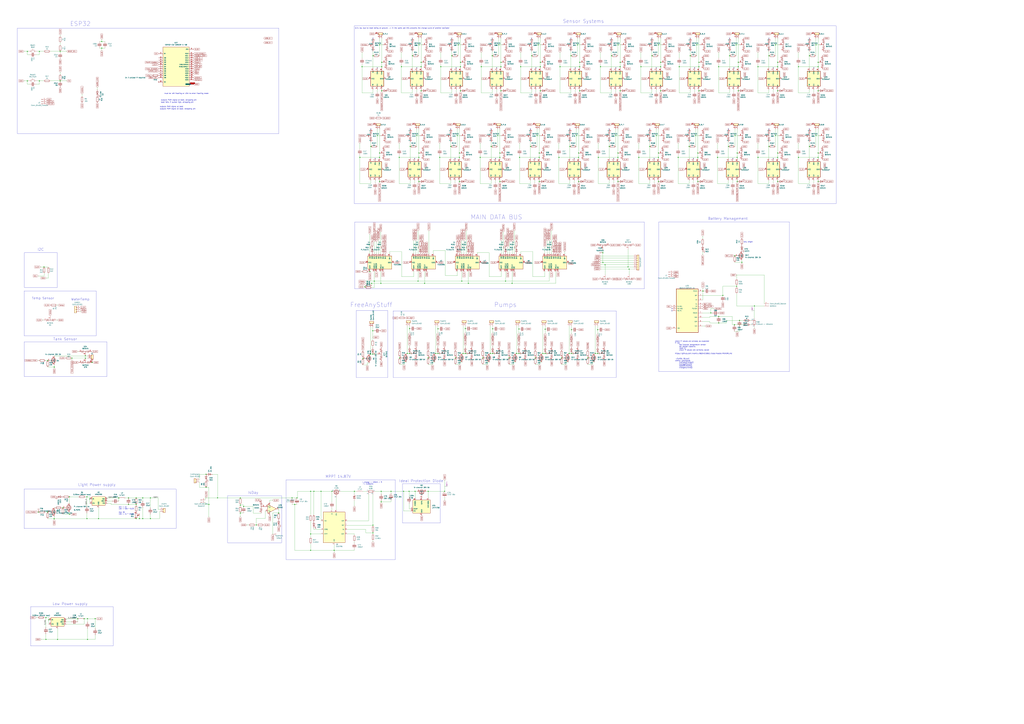
<source format=kicad_sch>
(kicad_sch
	(version 20231120)
	(generator "eeschema")
	(generator_version "8.0")
	(uuid "c26e8d55-0b6e-4c4e-b7c8-b1fed973201c")
	(paper "A0")
	(title_block
		(title "Plant Controller")
		(date "2020-12-21")
		(rev "0.4a")
		(company "C3MA")
	)
	
	(junction
		(at 242.57 586.105)
		(diameter 0)
		(color 0 0 0 0)
		(uuid "006314ff-9060-4674-a7fc-dac02fc6a66c")
	)
	(junction
		(at 673.1 105.41)
		(diameter 0)
		(color 0 0 0 0)
		(uuid "00aa2668-7899-44bb-a923-035a5475c9ad")
	)
	(junction
		(at 279.019 586.867)
		(diameter 0)
		(color 0 0 0 0)
		(uuid "01041127-725b-4ce5-8f58-38fb3fd24a79")
	)
	(junction
		(at 861.441 304.8)
		(diameter 0)
		(color 0 0 0 0)
		(uuid "019516b6-2017-4782-b9e1-e6df47d40092")
	)
	(junction
		(at 627.38 77.47)
		(diameter 0)
		(color 0 0 0 0)
		(uuid "0291157f-d7a2-4e88-97aa-293b4ab12f27")
	)
	(junction
		(at 110.49 718.82)
		(diameter 0)
		(color 0 0 0 0)
		(uuid "044b370d-4a42-4fab-a8a0-78f235931201")
	)
	(junction
		(at 949.96 182.88)
		(diameter 0)
		(color 0 0 0 0)
		(uuid "056f1730-6060-4578-83f3-c630b17a9fd6")
	)
	(junction
		(at 387.985 639.445)
		(diameter 0)
		(color 0 0 0 0)
		(uuid "064498dc-e504-4f86-9f3f-c7515e3a87b5")
	)
	(junction
		(at 100.965 577.215)
		(diameter 0)
		(color 0 0 0 0)
		(uuid "06d8b90d-baa0-4504-baff-642acafdb6f4")
	)
	(junction
		(at 440.69 52.07)
		(diameter 0)
		(color 0 0 0 0)
		(uuid "07c897fb-6e92-46c9-ad9b-9190d0fcc65a")
	)
	(junction
		(at 488.95 77.47)
		(diameter 0)
		(color 0 0 0 0)
		(uuid "08256309-d8fa-4ac4-96ab-6ef0e3d79fe3")
	)
	(junction
		(at 486.41 52.07)
		(diameter 0)
		(color 0 0 0 0)
		(uuid "08466ce7-69b1-4efe-8911-4f365d4c58e1")
	)
	(junction
		(at 472.948 410.718)
		(diameter 0)
		(color 0 0 0 0)
		(uuid "09028f9d-45e1-4366-826a-88a396abe002")
	)
	(junction
		(at 533.4 177.8)
		(diameter 0)
		(color 0 0 0 0)
		(uuid "09096109-fa68-4718-976b-56a87edb3540")
	)
	(junction
		(at 534.67 77.47)
		(diameter 0)
		(color 0 0 0 0)
		(uuid "0937071f-c53c-4d6c-9c38-692d95ed72bb")
	)
	(junction
		(at 602.488 410.718)
		(diameter 0)
		(color 0 0 0 0)
		(uuid "0a372b77-1bd4-4b2a-8539-3c6b9cb168d3")
	)
	(junction
		(at 239.268 566.293)
		(diameter 0)
		(color 0 0 0 0)
		(uuid "0af1c44b-ddbf-4d31-a823-e5834c357558")
	)
	(junction
		(at 31.75 59.69)
		(diameter 0)
		(color 0 0 0 0)
		(uuid "0c801748-df91-4145-83f3-9b19cb585cd0")
	)
	(junction
		(at 239.268 551.053)
		(diameter 0)
		(color 0 0 0 0)
		(uuid "0cbcfcf2-f3b3-4480-9680-29db347f36d4")
	)
	(junction
		(at 764.54 52.07)
		(diameter 0)
		(color 0 0 0 0)
		(uuid "0cc7469e-208a-4a36-9842-4bda7e989b43")
	)
	(junction
		(at 650.24 77.47)
		(diameter 0)
		(color 0 0 0 0)
		(uuid "0d124a42-ca50-4303-8c7d-675efcd05b50")
	)
	(junction
		(at 533.4 210.82)
		(diameter 0)
		(color 0 0 0 0)
		(uuid "0e6c51f3-9cf0-4d39-b867-957514a4cffb")
	)
	(junction
		(at 100.965 602.615)
		(diameter 0)
		(color 0 0 0 0)
		(uuid "0eea3930-0275-4c9f-97c6-e4491faf7ffd")
	)
	(junction
		(at 442.214 329.184)
		(diameter 0)
		(color 0 0 0 0)
		(uuid "100d0f8b-2f86-49dd-861e-b2d9c9a4a2d9")
	)
	(junction
		(at 810.26 210.82)
		(diameter 0)
		(color 0 0 0 0)
		(uuid "10a2f627-65be-4790-82c7-23fc30f1ebc8")
	)
	(junction
		(at 880.11 77.47)
		(diameter 0)
		(color 0 0 0 0)
		(uuid "1247d154-c222-40a3-bf20-e175c54609e1")
	)
	(junction
		(at 442.595 582.93)
		(diameter 0)
		(color 0 0 0 0)
		(uuid "136b5f16-d5fe-4c8a-8508-0e9ad86f8f43")
	)
	(junction
		(at 702.564 307.594)
		(diameter 0)
		(color 0 0 0 0)
		(uuid "14b6b14d-4e33-4c9c-a6d4-2829760e6cc4")
	)
	(junction
		(at 454.025 570.865)
		(diameter 0)
		(color 0 0 0 0)
		(uuid "15c019f7-a03b-47ae-a51c-abc73c51bd40")
	)
	(junction
		(at 833.12 182.88)
		(diameter 0)
		(color 0 0 0 0)
		(uuid "175fa201-c177-4f58-8dde-d5956f2a16ff")
	)
	(junction
		(at 438.15 157.48)
		(diameter 0)
		(color 0 0 0 0)
		(uuid "18e0c706-cdcf-4ef7-bafe-108bf0d8e7a5")
	)
	(junction
		(at 720.09 77.47)
		(diameter 0)
		(color 0 0 0 0)
		(uuid "1bb5276a-8f0f-410b-abfe-9ff2390407cd")
	)
	(junction
		(at 764.54 182.88)
		(diameter 0)
		(color 0 0 0 0)
		(uuid "1d5fcac9-4a29-4741-87c7-a1f394a7c143")
	)
	(junction
		(at 700.024 293.624)
		(diameter 0)
		(color 0 0 0 0)
		(uuid "1ec24ea8-049a-4547-addf-26eafaa81113")
	)
	(junction
		(at 297.561 609.981)
		(diameter 0)
		(color 0 0 0 0)
		(uuid "1ef17c59-222a-4989-aa08-3c7f869a2700")
	)
	(junction
		(at 627.38 105.41)
		(diameter 0)
		(color 0 0 0 0)
		(uuid "20de1a03-6ad7-4bce-aa43-c7f71c0bd4f4")
	)
	(junction
		(at 854.71 52.07)
		(diameter 0)
		(color 0 0 0 0)
		(uuid "20e9d8a1-6a1d-45fa-8e3f-949a8dfc4446")
	)
	(junction
		(at 580.39 210.82)
		(diameter 0)
		(color 0 0 0 0)
		(uuid "20f249eb-73f1-4c03-a215-0d9ce4b87b04")
	)
	(junction
		(at 558.8 77.47)
		(diameter 0)
		(color 0 0 0 0)
		(uuid "210116a8-ca16-4347-824d-d234d1470ec6")
	)
	(junction
		(at 430.276 411.48)
		(diameter 0)
		(color 0 0 0 0)
		(uuid "2124662e-0101-4907-a279-d22f77f179e9")
	)
	(junction
		(at 572.008 382.016)
		(diameter 0)
		(color 0 0 0 0)
		(uuid "2125b107-250d-44b9-ae2a-63555b15b96b")
	)
	(junction
		(at 423.926 333.248)
		(diameter 0)
		(color 0 0 0 0)
		(uuid "21c9489c-b7e7-411e-8242-06cb982ccdfb")
	)
	(junction
		(at 717.55 52.07)
		(diameter 0)
		(color 0 0 0 0)
		(uuid "2229d344-cb60-4539-b02a-c72401d1ef40")
	)
	(junction
		(at 693.928 410.718)
		(diameter 0)
		(color 0 0 0 0)
		(uuid "225164a2-0641-4a42-83a1-eb3ceb752f37")
	)
	(junction
		(at 811.53 72.39)
		(diameter 0)
		(color 0 0 0 0)
		(uuid "226bed9c-0a6f-4bd0-813b-9392b44d9d1d")
	)
	(junction
		(at 540.258 381.762)
		(diameter 0)
		(color 0 0 0 0)
		(uuid "22b03adb-32c5-4612-9736-645d72daaf12")
	)
	(junction
		(at 474.98 570.865)
		(diameter 0)
		(color 0 0 0 0)
		(uuid "243935e2-4f6a-429d-bbc1-4327fafdf466")
	)
	(junction
		(at 902.97 72.39)
		(diameter 0)
		(color 0 0 0 0)
		(uuid "24d08619-518e-4098-984b-359c175f8d44")
	)
	(junction
		(at 476.25 170.18)
		(diameter 0)
		(color 0 0 0 0)
		(uuid "2743e494-c376-4611-b96b-27e9396dcdfe")
	)
	(junction
		(at 165.735 578.485)
		(diameter 0)
		(color 0 0 0 0)
		(uuid "27bdfd08-9fa2-4018-8386-f5f9458ea23f")
	)
	(junction
		(at 560.578 415.798)
		(diameter 0)
		(color 0 0 0 0)
		(uuid "288439ce-4d40-4524-9a56-c937c30e7f5c")
	)
	(junction
		(at 104.267 579.628)
		(diameter 0)
		(color 0 0 0 0)
		(uuid "2977a76b-3c36-4356-9c23-ef25b0e79774")
	)
	(junction
		(at 632.968 410.718)
		(diameter 0)
		(color 0 0 0 0)
		(uuid "2affe026-8dd0-4fb0-90f9-21a8fa9a4bdc")
	)
	(junction
		(at 669.29 157.48)
		(diameter 0)
		(color 0 0 0 0)
		(uuid "2b3eaa0b-2344-48c6-b38e-464d8b2a5dce")
	)
	(junction
		(at 486.41 177.8)
		(diameter 0)
		(color 0 0 0 0)
		(uuid "2d987caf-ac1d-4744-a3c5-f14501a3c0db")
	)
	(junction
		(at 810.26 177.8)
		(diameter 0)
		(color 0 0 0 0)
		(uuid "2da75737-a4ca-49a8-92da-47dd6a88f47e")
	)
	(junction
		(at 694.69 182.88)
		(diameter 0)
		(color 0 0 0 0)
		(uuid "2dca3751-8e97-49d3-b339-07a6a466870d")
	)
	(junction
		(at 853.186 297.18)
		(diameter 0)
		(color 0 0 0 0)
		(uuid "2e5d7e3a-d510-4703-91de-7e2ba8a4a274")
	)
	(junction
		(at 62.865 602.615)
		(diameter 0)
		(color 0 0 0 0)
		(uuid "30c447cc-ce18-498c-a30a-de1223bde459")
	)
	(junction
		(at 662.94 64.77)
		(diameter 0)
		(color 0 0 0 0)
		(uuid "31e40d4a-0b31-4e6b-9547-6305b5630b68")
	)
	(junction
		(at 73.025 589.915)
		(diameter 0)
		(color 0 0 0 0)
		(uuid "33109daa-b629-475e-bf83-217328126604")
	)
	(junction
		(at 475.488 410.718)
		(diameter 0)
		(color 0 0 0 0)
		(uuid "34e846f7-9dcf-4f40-8420-68c319584cee")
	)
	(junction
		(at 51.054 310.134)
		(diameter 0)
		(color 0 0 0 0)
		(uuid "37004126-8324-4e79-9b08-419ef1721827")
	)
	(junction
		(at 344.805 578.485)
		(diameter 0)
		(color 0 0 0 0)
		(uuid "394a6417-c4c4-43a0-ad22-7a964e628e7d")
	)
	(junction
		(at 709.93 64.77)
		(diameter 0)
		(color 0 0 0 0)
		(uuid "3c301991-dc9e-4f43-9128-66bfd71d7c13")
	)
	(junction
		(at 279.019 596.138)
		(diameter 0)
		(color 0 0 0 0)
		(uuid "3d8fb177-4b5a-4526-95fd-c4109587c044")
	)
	(junction
		(at 839.343 343.281)
		(diameter 0)
		(color 0 0 0 0)
		(uuid "41246bb7-c8e2-4c38-9094-9b2d2a32bbbe")
	)
	(junction
		(at 660.908 410.718)
		(diameter 0)
		(color 0 0 0 0)
		(uuid "415b2ab4-f4dd-4fee-870b-9ba95dac6a8b")
	)
	(junction
		(at 767.08 105.41)
		(diameter 0)
		(color 0 0 0 0)
		(uuid "4354cd5a-2fed-4af9-af80-8e5138abc8b6")
	)
	(junction
		(at 440.69 210.82)
		(diameter 0)
		(color 0 0 0 0)
		(uuid "4479d223-9a77-4250-8ede-fec47313a2f0")
	)
	(junction
		(at 69.85 59.69)
		(diameter 0)
		(color 0 0 0 0)
		(uuid "44bf766d-2222-4637-ada1-6cbff94abbf8")
	)
	(junction
		(at 158.115 602.615)
		(diameter 0)
		(color 0 0 0 0)
		(uuid "44cd3143-c150-4d17-bd07-6ba56767d7c5")
	)
	(junction
		(at 875.919 355.473)
		(diameter 0)
		(color 0 0 0 0)
		(uuid "4508e97c-f8e4-4ecb-9775-d92576a69269")
	)
	(junction
		(at 845.82 170.18)
		(diameter 0)
		(color 0 0 0 0)
		(uuid "45e6ea4d-1ae0-4fdc-823f-0b8b86795711")
	)
	(junction
		(at 516.255 570.865)
		(diameter 0)
		(color 0 0 0 0)
		(uuid "464f670a-23da-4072-9135-c7f8cde45344")
	)
	(junction
		(at 505.968 410.718)
		(diameter 0)
		(color 0 0 0 0)
		(uuid "477944b3-0f91-44bb-99ca-1f00b91186f2")
	)
	(junction
		(at 741.68 182.88)
		(diameter 0)
		(color 0 0 0 0)
		(uuid "4785108c-8558-4438-8cc1-10bc36f1d766")
	)
	(junction
		(at 511.81 77.47)
		(diameter 0)
		(color 0 0 0 0)
		(uuid "48860968-10fd-4376-b0b5-b1e0357fbf1d")
	)
	(junction
		(at 440.69 177.8)
		(diameter 0)
		(color 0 0 0 0)
		(uuid "4acc3ea6-e0bd-49be-9073-184494766951")
	)
	(junction
		(at 615.95 170.18)
		(diameter 0)
		(color 0 0 0 0)
		(uuid "4ba43b26-3cfb-46fa-a35a-6fb114dee778")
	)
	(junction
		(at 497.078 415.798)
		(diameter 0)
		(color 0 0 0 0)
		(uuid "4c43d807-6025-4458-873e-b0e60bc37c3c")
	)
	(junction
		(at 834.39 77.47)
		(diameter 0)
		(color 0 0 0 0)
		(uuid "4cd0c740-4e02-45a2-b036-c71b088c4a0e")
	)
	(junction
		(at 532.13 52.07)
		(diameter 0)
		(color 0 0 0 0)
		(uuid "4f4c6f69-a183-4f84-9d64-6e5dc077d658")
	)
	(junction
		(at 149.225 578.485)
		(diameter 0)
		(color 0 0 0 0)
		(uuid "4fc5b79a-48b8-4875-b2fa-ce2c0b207ed6")
	)
	(junction
		(at 880.11 182.88)
		(diameter 0)
		(color 0 0 0 0)
		(uuid "51396988-d3d0-4ff2-87e4-6f9dbc1220f3")
	)
	(junction
		(at 572.008 410.718)
		(diameter 0)
		(color 0 0 0 0)
		(uuid "547e0024-8ca5-4fd9-9ed0-6e6fa4efe2d1")
	)
	(junction
		(at 429.514 315.468)
		(diameter 0)
		(color 0 0 0 0)
		(uuid "54c228c6-a419-4461-b51c-f4689ab11c16")
	)
	(junction
		(at 648.97 182.88)
		(diameter 0)
		(color 0 0 0 0)
		(uuid "54e7dc2f-bc56-4792-9ac4-117d8dbca40c")
	)
	(junction
		(at 632.968 382.524)
		(diameter 0)
		(color 0 0 0 0)
		(uuid "54f14d31-ee75-4d90-bbd6-d53b9269dae6")
	)
	(junction
		(at 468.63 570.865)
		(diameter 0)
		(color 0 0 0 0)
		(uuid "55707df8-1ce8-4b01-b189-1ba64f13e6d9")
	)
	(junction
		(at 411.48 570.865)
		(diameter 0)
		(color 0 0 0 0)
		(uuid "557c9344-c4f5-407c-87a3-c05772708fc7")
	)
	(junction
		(at 617.22 64.77)
		(diameter 0)
		(color 0 0 0 0)
		(uuid "56f832ea-d1cc-4984-8a8b-0e7133ede2c5")
	)
	(junction
		(at 543.814 329.184)
		(diameter 0)
		(color 0 0 0 0)
		(uuid "571b3a6c-6e61-4f9f-818f-0b28c631e46f")
	)
	(junction
		(at 858.647 372.237)
		(diameter 0)
		(color 0 0 0 0)
		(uuid "571c9066-df12-43af-bb34-ea8f17352e33")
	)
	(junction
		(at 55.372 418.846)
		(diameter 0)
		(color 0 0 0 0)
		(uuid "5a159a05-57fa-411f-9de3-7f0e035fb745")
	)
	(junction
		(at 161.925 602.615)
		(diameter 0)
		(color 0 0 0 0)
		(uuid "5a782664-d096-4b9f-8da4-e576a5adbff8")
	)
	(junction
		(at 433.07 610.235)
		(diameter 0)
		(color 0 0 0 0)
		(uuid "5aef8b40-8452-4805-a5e4-da8d93469853")
	)
	(junction
		(at 483.87 157.48)
		(diameter 0)
		(color 0 0 0 0)
		(uuid "5c0f7831-90bd-4a4c-9d4c-2da3b5672d2b")
	)
	(junction
		(at 949.96 210.82)
		(diameter 0)
		(color 0 0 0 0)
		(uuid "5ceaf71a-e41b-43cf-9440-19b0bfa04e5b")
	)
	(junction
		(at 464.058 415.798)
		(diameter 0)
		(color 0 0 0 0)
		(uuid "5df117be-4263-48e0-a710-5721bdeecfb9")
	)
	(junction
		(at 581.66 105.41)
		(diameter 0)
		(color 0 0 0 0)
		(uuid "5df17aa2-8dfb-48ae-8685-e7ce31adb84a")
	)
	(junction
		(at 720.09 72.39)
		(diameter 0)
		(color 0 0 0 0)
		(uuid "5e07ad26-e150-4199-ab31-eb5040da53d6")
	)
	(junction
		(at 949.96 72.39)
		(diameter 0)
		(color 0 0 0 0)
		(uuid "5fa7f66d-45ff-4878-ba71-365eed5d84cd")
	)
	(junction
		(at 497.205 570.865)
		(diameter 0)
		(color 0 0 0 0)
		(uuid "60684402-d96a-439d-a47a-f1940a639b1b")
	)
	(junction
		(at 671.83 177.8)
		(diameter 0)
		(color 0 0 0 0)
		(uuid "617af57a-6f8e-481b-b79f-b9a3cfaf16ce")
	)
	(junction
		(at 53.34 742.95)
		(diameter 0)
		(color 0 0 0 0)
		(uuid "62e83d49-6450-4f8e-9161-9823cbd9fa8a")
	)
	(junction
		(at 360.68 639.445)
		(diameter 0)
		(color 0 0 0 0)
		(uuid "62e8e510-5776-41a5-b7ef-659764595cf0")
	)
	(junction
		(at 807.72 157.48)
		(diameter 0)
		(color 0 0 0 0)
		(uuid "65204e4c-c54f-4ce3-995b-3b8f72dee35a")
	)
	(junction
		(at 787.4 182.88)
		(diameter 0)
		(color 0 0 0 0)
		(uuid "65736e5b-6052-4c51-af65-3f96debe5037")
	)
	(junction
		(at 939.8 64.77)
		(diameter 0)
		(color 0 0 0 0)
		(uuid "65cbc274-d7cb-42c3-8f8f-60f9d792fdf2")
	)
	(junction
		(at 670.56 52.07)
		(diameter 0)
		(color 0 0 0 0)
		(uuid "66ccc91c-e1df-471f-b2c3-ab0b4c9054c7")
	)
	(junction
		(at 485.394 326.644)
		(diameter 0)
		(color 0 0 0 0)
		(uuid "68f4d8af-c27e-4056-a2a9-dbd2514de570")
	)
	(junction
		(at 442.595 570.865)
		(diameter 0)
		(color 0 0 0 0)
		(uuid "697147b1-0224-4f54-a454-fb14851852a2")
	)
	(junction
		(at 720.09 105.41)
		(diameter 0)
		(color 0 0 0 0)
		(uuid "6b976759-90c3-48f0-a6ef-e59cc04749c7")
	)
	(junction
		(at 481.965 570.865)
		(diameter 0)
		(color 0 0 0 0)
		(uuid "6b9d9747-b3ff-43d2-8486-466834aa4452")
	)
	(junction
		(at 602.488 382.27)
		(diameter 0)
		(color 0 0 0 0)
		(uuid "6c849387-b46a-4c70-adb8-4a7816d1702c")
	)
	(junction
		(at 902.97 182.88)
		(diameter 0)
		(color 0 0 0 0)
		(uuid "6e0838ab-f2e2-49d5-a845-cb60e1e79307")
	)
	(junction
		(at 137.795 578.485)
		(diameter 0)
		(color 0 0 0 0)
		(uuid "6e8888f6-ec84-4dea-a75b-c49e51edec1e")
	)
	(junction
		(at 586.994 326.644)
		(diameter 0)
		(color 0 0 0 0)
		(uuid "6f775e6c-425b-4467-9456-84a9fc9d7d35")
	)
	(junction
		(at 599.948 410.718)
		(diameter 0)
		(color 0 0 0 0)
		(uuid "74872d2f-df92-44ce-a737-7d0693ac46a3")
	)
	(junction
		(at 252.603 578.485)
		(diameter 0)
		(color 0 0 0 0)
		(uuid "74d5e0e4-cd91-4e01-8980-afaf347113fd")
	)
	(junction
		(at 99.06 413.512)
		(diameter 0)
		(color 0 0 0 0)
		(uuid "750169c9-8dda-4196-8b70-7629a1386317")
	)
	(junction
		(at 754.38 170.18)
		(diameter 0)
		(color 0 0 0 0)
		(uuid "755e7c01-7fbd-4b6b-a35b-f8ace9c84059")
	)
	(junction
		(at 764.54 177.8)
		(diameter 0)
		(color 0 0 0 0)
		(uuid "7680ffe6-e942-469f-ba4d-7b9667ad6e1b")
	)
	(junction
		(at 478.79 64.77)
		(diameter 0)
		(color 0 0 0 0)
		(uuid "771c7e99-805a-4e44-85bd-0da8373a89ae")
	)
	(junction
		(at 524.51 64.77)
		(diameter 0)
		(color 0 0 0 0)
		(uuid "77ff220f-b888-4c85-a233-e6d8b49cc4e3")
	)
	(junction
		(at 385.445 570.865)
		(diameter 0)
		(color 0 0 0 0)
		(uuid "792fa4db-0ff6-47c2-b282-e4d8f6701888")
	)
	(junction
		(at 579.12 52.07)
		(diameter 0)
		(color 0 0 0 0)
		(uuid "7ac4fb1b-c515-4587-a49c-80a96e67ee05")
	)
	(junction
		(at 810.26 182.88)
		(diameter 0)
		(color 0 0 0 0)
		(uuid "7b027a2d-0f3a-45a8-ae29-1daaec674f65")
	)
	(junction
		(at 417.83 182.88)
		(diameter 0)
		(color 0 0 0 0)
		(uuid "7bfb5a0b-e21d-4384-b179-6da39c383739")
	)
	(junction
		(at 855.98 177.8)
		(diameter 0)
		(color 0 0 0 0)
		(uuid "7ca049b0-3853-4bc5-a7c8-0ff4943a4da3")
	)
	(junction
		(at 707.39 170.18)
		(diameter 0)
		(color 0 0 0 0)
		(uuid "7d2ffaa0-e04f-4276-95e0-08660c987bee")
	)
	(junction
		(at 949.96 177.8)
		(diameter 0)
		(color 0 0 0 0)
		(uuid "7d3effd5-eeea-41d3-9fa3-f3e707aa3547")
	)
	(junction
		(at 66.802 742.95)
		(diameter 0)
		(color 0 0 0 0)
		(uuid "7ea02348-2ae2-4ac7-a02a-9029063eb3d7")
	)
	(junction
		(at 434.594 326.644)
		(diameter 0)
		(color 0 0 0 0)
		(uuid "805ba7db-9e85-428e-9f5b-9063e8278c60")
	)
	(junction
		(at 621.538 415.798)
		(diameter 0)
		(color 0 0 0 0)
		(uuid "80f5b8a1-cdbe-4850-a609-339b8c898669")
	)
	(junction
		(at 729.234 310.134)
		(diameter 0)
		(color 0 0 0 0)
		(uuid "819a85d3-cd43-455c-8023-715c1f29dcd2")
	)
	(junction
		(at 581.66 72.39)
		(diameter 0)
		(color 0 0 0 0)
		(uuid "8225e333-80d8-4295-ae81-9381467a8852")
	)
	(junction
		(at 80.645 577.215)
		(diameter 0)
		(color 0 0 0 0)
		(uuid "82572895-6594-489b-b5dd-a8b4d09bcb09")
	)
	(junction
		(at 855.98 210.82)
		(diameter 0)
		(color 0 0 0 0)
		(uuid "82ffee17-895e-431b-b599-2c6c2410e332")
	)
	(junction
		(at 97.79 718.82)
		(diameter 0)
		(color 0 0 0 0)
		(uuid "843e9870-799e-444a-a4e6-716ced5cbe43")
	)
	(junction
		(at 604.52 77.47)
		(diameter 0)
		(color 0 0 0 0)
		(uuid "863e1d95-9eac-44c6-be76-0633996c7555")
	)
	(junction
		(at 510.54 182.88)
		(diameter 0)
		(color 0 0 0 0)
		(uuid "88ab3f5d-2458-416d-9091-2696065ca0ec")
	)
	(junction
		(at 762 157.48)
		(diameter 0)
		(color 0 0 0 0)
		(uuid "88fd008b-8f19-40b4-b0f2-463d33ee4f9c")
	)
	(junction
		(at 892.81 64.77)
		(diameter 0)
		(color 0 0 0 0)
		(uuid "89afa966-b2d1-4c49-9b36-f745e856f709")
	)
	(junction
		(at 443.23 77.47)
		(diameter 0)
		(color 0 0 0 0)
		(uuid "89d548a8-bdb5-4e23-a199-0bbbedd4997d")
	)
	(junction
		(at 364.49 570.865)
		(diameter 0)
		(color 0 0 0 0)
		(uuid "8badbd3a-472d-49c6-9995-2681ebcad861")
	)
	(junction
		(at 671.83 210.82)
		(diameter 0)
		(color 0 0 0 0)
		(uuid "8c093cb3-77f3-4dda-9697-194f266a7e72")
	)
	(junction
		(at 947.42 157.48)
		(diameter 0)
		(color 0 0 0 0)
		(uuid "8d07beb1-b6f8-4a89-9393-a69158aac925")
	)
	(junction
		(at 83.566 416.052)
		(diameter 0)
		(color 0 0 0 0)
		(uuid "8dbf3f53-4dbe-4577-8253-5d3d05e20a7d")
	)
	(junction
		(at 528.828 415.798)
		(diameter 0)
		(color 0 0 0 0)
		(uuid "8ddc18df-7f6d-40fe-971f-5b7ea913cac2")
	)
	(junction
		(at 744.22 77.47)
		(diameter 0)
		(color 0 0 0 0)
		(uuid "8debd7b6-0066-4169-b949-daab0e7da110")
	)
	(junction
		(at 623.57 157.48)
		(diameter 0)
		(color 0 0 0 0)
		(uuid "8ef3e30c-42b6-465f-a448-23fe6906f0b2")
	)
	(junction
		(at 443.23 105.41)
		(diameter 0)
		(color 0 0 0 0)
		(uuid "8ff62b5c-bc77-4820-888f-4a6ece745d24")
	)
	(junction
		(at 56.642 720.09)
		(diameter 0)
		(color 0 0 0 0)
		(uuid "9330ab14-2e88-49fc-b8ec-647acef19c05")
	)
	(junction
		(at 949.96 105.41)
		(diameter 0)
		(color 0 0 0 0)
		(uuid "93a355b3-4747-473b-8431-31e17aa68877")
	)
	(junction
		(at 433.07 64.77)
		(diameter 0)
		(color 0 0 0 0)
		(uuid "9576a06f-b593-41da-bbfe-e06c442136f2")
	)
	(junction
		(at 627.38 72.39)
		(diameter 0)
		(color 0 0 0 0)
		(uuid "9663c610-3dc9-497c-93a1-678b867c2886")
	)
	(junction
		(at 158.115 586.105)
		(diameter 0)
		(color 0 0 0 0)
		(uuid "96f15460-13f3-4312-89f8-b71934eaedb8")
	)
	(junction
		(at 114.427 602.615)
		(diameter 0)
		(color 0 0 0 0)
		(uuid "977868cb-abe1-483f-8f43-5a8a20726067")
	)
	(junction
		(at 557.53 182.88)
		(diameter 0)
		(color 0 0 0 0)
		(uuid "993535bb-5b30-47db-aafd-1534a34e630a")
	)
	(junction
		(at 900.43 52.07)
		(diameter 0)
		(color 0 0 0 0)
		(uuid "9cc7a172-ae49-4913-9055-39d5ef3fef9f")
	)
	(junction
		(at 756.92 64.77)
		(diameter 0)
		(color 0 0 0 0)
		(uuid "9d33b90f-13aa-446e-a5f9-263ea35835eb")
	)
	(junction
		(at 902.97 105.41)
		(diameter 0)
		(color 0 0 0 0)
		(uuid "9ebfcd01-ea5d-49db-84aa-d06db7dd8cc0")
	)
	(junction
		(at 811.53 105.41)
		(diameter 0)
		(color 0 0 0 0)
		(uuid "9f152d33-fbfb-4f9a-bb8c-6fce1e7aba66")
	)
	(junction
		(at 800.1 170.18)
		(diameter 0)
		(color 0 0 0 0)
		(uuid "a11f2e2b-c0ca-452c-864a-0a4b38092ab8")
	)
	(junction
		(at 663.448 383.032)
		(diameter 0)
		(color 0 0 0 0)
		(uuid "a1d7e5c8-d217-457c-b56c-ecad97fd4c0e")
	)
	(junction
		(at 949.96 77.47)
		(diameter 0)
		(color 0 0 0 0)
		(uuid "a20fdc64-be45-4cca-94be-3e663d9612b6")
	)
	(junction
		(at 691.388 410.718)
		(diameter 0)
		(color 0 0 0 0)
		(uuid "a29c0663-342d-4535-aac0-b31dad8318cf")
	)
	(junction
		(at 488.95 105.41)
		(diameter 0)
		(color 0 0 0 0)
		(uuid "a2d0682d-d97e-4a7b-a7ed-fcacc763e719")
	)
	(junction
		(at 45.72 59.69)
		(diameter 0)
		(color 0 0 0 0)
		(uuid "a3104c80-278d-416a-b409-fd08d784c6c7")
	)
	(junction
		(at 486.41 210.82)
		(diameter 0)
		(color 0 0 0 0)
		(uuid "a3f773d2-5e55-434e-8f14-034d1dd22cd2")
	)
	(junction
		(at 570.23 170.18)
		(diameter 0)
		(color 0 0 0 0)
		(uuid "a481edbc-753e-459d-be51-d15b582ed0dc")
	)
	(junction
		(at 488.95 72.39)
		(diameter 0)
		(color 0 0 0 0)
		(uuid "a51dad76-ee1b-420e-ab4a-b57bb17c6457")
	)
	(junction
		(at 717.55 210.82)
		(diameter 0)
		(color 0 0 0 0)
		(uuid "a52b9040-29e8-4f09-9c60-871ac2718a13")
	)
	(junction
		(at 508.508 410.718)
		(diameter 0)
		(color 0 0 0 0)
		(uuid "a685894a-983c-450f-b9c3-4d7e6d929974")
	)
	(junction
		(at 174.625 602.615)
		(diameter 0)
		(color 0 0 0 0)
		(uuid "a70da482-a861-4e2f-9d2b-6183a6f0f87e")
	)
	(junction
		(at 44.704 594.995)
		(diameter 0)
		(color 0 0 0 0)
		(uuid "a757038c-5365-4452-9233-cd270451996f")
	)
	(junction
		(at 530.86 157.48)
		(diameter 0)
		(color 0 0 0 0)
		(uuid "a87df46c-4cff-4236-9f4f-14695f384b58")
	)
	(junction
		(at 433.07 619.125)
		(diameter 0)
		(color 0 0 0 0)
		(uuid "a8c1d291-f95c-499f-a8f0-8d347b07d19e")
	)
	(junction
		(at 372.745 570.865)
		(diameter 0)
		(color 0 0 0 0)
		(uuid "a90e40e7-9f3e-4a7e-bc30-d292bc1ab9ed")
	)
	(junction
		(at 360.68 570.865)
		(diameter 0)
		(color 0 0 0 0)
		(uuid "a918e227-4862-4ef1-b1b4-1ecbab47421d")
	)
	(junction
		(at 673.1 72.39)
		(diameter 0)
		(color 0 0 0 0)
		(uuid "a986dba8-d929-48dd-9e7a-f344bbf05228")
	)
	(junction
		(at 106.934 421.132)
		(diameter 0)
		(color 0 0 0 0)
		(uuid "a99f2dd3-1db5-4646-bd5d-42af73cee85a")
	)
	(junction
		(at 661.67 170.18)
		(diameter 0)
		(color 0 0 0 0)
		(uuid "aa09def5-302a-4ac5-9e1e-619a3c3908a6")
	)
	(junction
		(at 342.265 586.105)
		(diameter 0)
		(color 0 0 0 0)
		(uuid "aa0d7669-67ff-4603-888b-7d15a03d73a6")
	)
	(junction
		(at 158.115 578.485)
		(diameter 0)
		(color 0 0 0 0)
		(uuid "aa659c87-6d9f-4a94-913b-ec00337baaa9")
	)
	(junction
		(at 717.55 182.88)
		(diameter 0)
		(color 0 0 0 0)
		(uuid "aae34ba1-f38d-4bd3-b9e2-391e50953d3f")
	)
	(junction
		(at 149.225 586.105)
		(diameter 0)
		(color 0 0 0 0)
		(uuid "ab83cc7b-a4bb-42ce-806a-ad57b1f1f16f")
	)
	(junction
		(at 816.229 338.201)
		(diameter 0)
		(color 0 0 0 0)
		(uuid "abed498a-7286-4258-a6a3-0ad40837fa9c")
	)
	(junction
		(at 282.829 588.518)
		(diameter 0)
		(color 0 0 0 0)
		(uuid "ac18742b-0669-4417-bf96-99d1ab0ff75f")
	)
	(junction
		(at 682.498 415.798)
		(diameter 0)
		(color 0 0 0 0)
		(uuid "ac6041ae-1077-46a6-b33a-6e568b0f7d89")
	)
	(junction
		(at 463.55 182.88)
		(diameter 0)
		(color 0 0 0 0)
		(uuid "acddd3cc-48f7-46ee-975a-53caf82611b3")
	)
	(junction
		(at 902.97 210.82)
		(diameter 0)
		(color 0 0 0 0)
		(uuid "ad39dec3-1625-482d-88d3-f5ff87a4c3b7")
	)
	(junction
		(at 508.508 382.016)
		(diameter 0)
		(color 0 0 0 0)
		(uuid "ae161ff6-e303-4db5-b037-b1f45682a4bb")
	)
	(junction
		(at 420.37 77.47)
		(diameter 0)
		(color 0 0 0 0)
		(uuid "ae74cbfc-b1c5-4ed6-b903-3e540362c04d")
	)
	(junction
		(at 486.41 182.88)
		(diameter 0)
		(color 0 0 0 0)
		(uuid "af19a906-bdca-4144-82f2-e4cf11d12528")
	)
	(junction
		(at 697.23 77.47)
		(diameter 0)
		(color 0 0 0 0)
		(uuid "b07eef50-598d-482e-a424-e47cc97fdc9a")
	)
	(junction
		(at 855.98 182.88)
		(diameter 0)
		(color 0 0 0 0)
		(uuid "b0d18b80-4e26-4a1b-9efa-cbea5878e011")
	)
	(junction
		(at 534.67 72.39)
		(diameter 0)
		(color 0 0 0 0)
		(uuid "b3193f61-4fd1-4f1f-b523-221742d8fc6a")
	)
	(junction
		(at 323.596 596.011)
		(diameter 0)
		(color 0 0 0 0)
		(uuid "b3465a47-f032-463a-8cb4-a402cd509d71")
	)
	(junction
		(at 594.614 329.184)
		(diameter 0)
		(color 0 0 0 0)
		(uuid "b491ef7e-d4fc-40bc-b76f-5d1efaed3d79")
	)
	(junction
		(at 603.25 182.88)
		(diameter 0)
		(color 0 0 0 0)
		(uuid "b64957d5-8ce0-43d6-9587-6f71112a6b09")
	)
	(junction
		(at 939.8 170.18)
		(diameter 0)
		(color 0 0 0 0)
		(uuid "b6c9f8c6-65fe-4bf3-8ed5-c36dad43bbac")
	)
	(junction
		(at 808.99 52.07)
		(diameter 0)
		(color 0 0 0 0)
		(uuid "b73b586a-1e15-476d-b602-92b2edb424a4")
	)
	(junction
		(at 466.09 77.47)
		(diameter 0)
		(color 0 0 0 0)
		(uuid "baaa3d38-45c3-47b1-9b56-f65b42bae8ff")
	)
	(junction
		(at 902.97 177.8)
		(diameter 0)
		(color 0 0 0 0)
		(uuid "bbebfda1-bd5b-4c84-a509-2953f28b59de")
	)
	(junction
		(at 534.67 105.41)
		(diameter 0)
		(color 0 0 0 0)
		(uuid "bfa35e35-8afe-43b6-8b84-34812569540d")
	)
	(junction
		(at 571.5 64.77)
		(diameter 0)
		(color 0 0 0 0)
		(uuid "bfa9bba0-8687-46b7-9688-b568b8fbf2d8")
	)
	(junction
		(at 533.4 182.88)
		(diameter 0)
		(color 0 0 0 0)
		(uuid "c00d984e-2e86-4935-9669-b4e2e09d259a")
	)
	(junction
		(at 80.645 597.535)
		(diameter 0)
		(color 0 0 0 0)
		(uuid "c1341956-3e76-4b89-ab41-469a1db0015c")
	)
	(junction
		(at 663.448 410.718)
		(diameter 0)
		(color 0 0 0 0)
		(uuid "c1611925-d0ac-42a4-83ae-6844b1cb71e3")
	)
	(junction
		(at 671.83 182.88)
		(diameter 0)
		(color 0 0 0 0)
		(uuid "c2314641-f31c-4508-af78-2f57e4a7f505")
	)
	(junction
		(at 717.55 177.8)
		(diameter 0)
		(color 0 0 0 0)
		(uuid "c23641d5-260f-4ad0-be8f-016a083bf6ef")
	)
	(junction
		(at 99.06 416.052)
		(diameter 0)
		(color 0 0 0 0)
		(uuid "c2c812ed-41b4-4200-984f-e76eae1d14de")
	)
	(junction
		(at 45.72 93.98)
		(diameter 0)
		(color 0 0 0 0)
		(uuid "c39add44-ba76-41fb-8f18-28fa0366e282")
	)
	(junction
		(at 536.194 326.644)
		(diameter 0)
		(color 0 0 0 0)
		(uuid "c42e1dcf-3c54-4be7-944c-4e798c674b09")
	)
	(junction
		(at 577.85 157.48)
		(diameter 0)
		(color 0 0 0 0)
		(uuid "c49e5141-a8c3-445b-9e93-85da32f8107b")
	)
	(junction
		(at 475.488 381.762)
		(diameter 0)
		(color 0 0 0 0)
		(uuid "c6d07995-bb57-4c01-9d40-c8c408016a09")
	)
	(junction
		(at 847.09 64.77)
		(diameter 0)
		(color 0 0 0 0)
		(uuid "c76a3b96-2cb3-4fc8-b488-0dcca3440df1")
	)
	(junction
		(at 101.6 742.95)
		(diameter 0)
		(color 0 0 0 0)
		(uuid "cac620f5-0af6-41f8-9844-d9f07ee0c129")
	)
	(junction
		(at 360.68 620.395)
		(diameter 0)
		(color 0 0 0 0)
		(uuid "caf08951-498e-42d7-836c-4ada133aecad")
	)
	(junction
		(at 432.816 384.302)
		(diameter 0)
		(color 0 0 0 0)
		(uuid "cbfbbc2e-484a-4954-8dc2-c7386c5d1301")
	)
	(junction
		(at 443.23 72.39)
		(diameter 0)
		(color 0 0 0 0)
		(uuid "cc1742d7-8664-42cd-9d15-cf8aeaa0b9a8")
	)
	(junction
		(at 834.517 367.665)
		(diameter 0)
		(color 0 0 0 0)
		(uuid "cc2cd7a1-fffc-47d8-9f80-fed0488b65e2")
	)
	(junction
		(at 53.34 717.55)
		(diameter 0)
		(color 0 0 0 0)
		(uuid "cc922bc0-96bd-4b17-b53a-b9b1b8fdaebf")
	)
	(junction
		(at 767.08 72.39)
		(diameter 0)
		(color 0 0 0 0)
		(uuid "ce01895a-fa9a-4896-b7f2-fef5868cf82b")
	)
	(junction
		(at 927.1 182.88)
		(diameter 0)
		(color 0 0 0 0)
		(uuid "cf763fe7-b793-477f-8b36-cf7f7ea16c7d")
	)
	(junction
		(at 652.018 415.798)
		(diameter 0)
		(color 0 0 0 0)
		(uuid "d0ccfc37-9d2e-4994-b901-fab6c387aa2a")
	)
	(junction
		(at 947.42 52.07)
		(diameter 0)
		(color 0 0 0 0)
		(uuid "d0de847b-b27b-499b-ba58-ccb6ddef554b")
	)
	(junction
		(at 165.735 602.615)
		(diameter 0)
		(color 0 0 0 0)
		(uuid "d17c286e-9606-4cb2-902a-10021903ed9a")
	)
	(junction
		(at 767.08 77.47)
		(diameter 0)
		(color 0 0 0 0)
		(uuid "d19f645d-0776-4567-83ac-422b741007b2")
	)
	(junction
		(at 31.75 93.98)
		(diameter 0)
		(color 0 0 0 0)
		(uuid "d2b0a197-1410-44de-bdc3-e63959ff5b39")
	)
	(junction
		(at 855.345 332.613)
		(diameter 0)
		(color 0 0 0 0)
		(uuid "d5d6a42c-48b3-4a54-a79b-12276d91096b")
	)
	(junction
		(at 811.53 77.47)
		(diameter 0)
		(color 0 0 0 0)
		(uuid "d6249b35-f815-4a16-b140-ef126a1eaecd")
	)
	(junction
		(at 62.992 426.466)
		(diameter 0)
		(color 0 0 0 0)
		(uuid "d6db9766-b81b-4a66-bc0a-843f0aeb559b")
	)
	(junction
		(at 693.928 383.032)
		(diameter 0)
		(color 0 0 0 0)
		(uuid "d776c8dc-ee54-41b4-8224-e7ddbf0679dc")
	)
	(junction
		(at 523.24 170.18)
		(diameter 0)
		(color 0 0 0 0)
		(uuid "d8a00944-9420-4f81-bd75-7b3b2297eab4")
	)
	(junction
		(at 834.517 375.285)
		(diameter 0)
		(color 0 0 0 0)
		(uuid "da137c69-6bb9-4555-bf7f-fd4ad6c5fd06")
	)
	(junction
		(at 624.84 52.07)
		(diameter 0)
		(color 0 0 0 0)
		(uuid "dad7c4d9-e9a4-490d-a74d-9ca70d83b08c")
	)
	(junction
		(at 591.058 415.798)
		(diameter 0)
		(color 0 0 0 0)
		(uuid "db8fa153-556e-4fc4-a8b6-63a7062d08ed")
	)
	(junction
		(at 101.6 718.82)
		(diameter 0)
		(color 0 0 0 0)
		(uuid "dd5d2f91-6f31-4419-a01a-1ac3389098ab")
	)
	(junction
		(at 339.09 578.485)
		(diameter 0)
		(color 0 0 0 0)
		(uuid "dda3d65b-6f54-4ee4-b1a0-dc35f1b01992")
	)
	(junction
		(at 626.11 210.82)
		(diameter 0)
		(color 0 0 0 0)
		(uuid "ddaac910-dbbc-4f71-93d1-4ca36cfe2a9e")
	)
	(junction
		(at 673.1 77.47)
		(diameter 0)
		(color 0 0 0 0)
		(uuid "de83de5a-2769-4a7b-8454-7c9ad5a2b4b5")
	)
	(junction
		(at 90.17 718.82)
		(diameter 0)
		(color 0 0 0 0)
		(uuid "de92b6a6-7a53-41cb-a051-66e1e7d1d440")
	)
	(junction
		(at 764.54 210.82)
		(diameter 0)
		(color 0 0 0 0)
		(uuid "df43b5b0-9fac-41e5-8b6d-c827e0a474e8")
	)
	(junction
		(at 801.37 64.77)
		(diameter 0)
		(color 0 0 0 0)
		(uuid "e10fea58-570d-4a9b-90af-35f26f3417bf")
	)
	(junction
		(at 715.01 157.48)
		(diameter 0)
		(color 0 0 0 0)
		(uuid "e15599b4-8463-4c6f-81a0-0908e1c3655c")
	)
	(junction
		(at 857.25 77.47)
		(diameter 0)
		(color 0 0 0 0)
		(uuid "e1f7dc3d-d866-47bb-80f9-8771d06a7ca2")
	)
	(junction
		(at 440.69 182.88)
		(diameter 0)
		(color 0 0 0 0)
		(uuid "e3a331e8-76ad-4e3b-bda8-304e7637c83a")
	)
	(junction
		(at 421.386 416.56)
		(diameter 0)
		(color 0 0 0 0)
		(uuid "e3bac401-521f-443a-951f-18f502070861")
	)
	(junction
		(at 581.66 77.47)
		(diameter 0)
		(color 0 0 0 0)
		(uuid "e419400e-376b-44f2-b4bb-12e390e6ddd4")
	)
	(junction
		(at 493.014 329.184)
		(diameter 0)
		(color 0 0 0 0)
		(uuid "e464f851-f7e1-4e95-b3ff-5a5e1e06a88d")
	)
	(junction
		(at 174.625 578.485)
		(diameter 0)
		(color 0 0 0 0)
		(uuid "e48746df-7668-499a-98dc-b9ffcda2bccd")
	)
	(junction
		(at 55.245 594.995)
		(diameter 0)
		(color 0 0 0 0)
		(uuid "e4c2dbc9-3598-4718-afb3-500c7ff75445")
	)
	(junction
		(at 540.258 410.718)
		(diameter 0)
		(color 0 0 0 0)
		(uuid "e6344c4b-5e26-4315-8e1d-efd642df3581")
	)
	(junction
		(at 700.024 305.054)
		(diameter 0)
		(color 0 0 0 0)
		(uuid "e86900c0-86ce-4777-88bb-4f9ecf777fc0")
	)
	(junction
		(at 902.97 77.47)
		(diameter 0)
		(color 0 0 0 0)
		(uuid "e8d1e477-9845-4864-aec9-213dc6145eeb")
	)
	(junction
		(at 857.25 72.39)
		(diameter 0)
		(color 0 0 0 0)
		(uuid "e8d7404e-e887-42ff-8a1c-10a0d9ed18b4")
	)
	(junction
		(at 900.43 157.48)
		(diameter 0)
		(color 0 0 0 0)
		(uuid "e971213c-4a53-47a4-a45d-5a5356b582ff")
	)
	(junction
		(at 825.373 363.601)
		(diameter 0)
		(color 0 0 0 0)
		(uuid "ea2ed474-b80c-41c1-b8f5-085b08547d63")
	)
	(junction
		(at 852.805 377.317)
		(diameter 0)
		(color 0 0 0 0)
		(uuid "ea4d2cbb-15b1-43ba-9c85-87d68b81d9f6")
	)
	(junction
		(at 432.816 411.48)
		(diameter 0)
		(color 0 0 0 0)
		(uuid "ea81a12e-80a8-4055-a8fc-17c9562b0042")
	)
	(junction
		(at 431.546 329.184)
		(diameter 0)
		(color 0 0 0 0)
		(uuid "eb134ef6-0e32-46e8-9263-d8797dfe432d")
	)
	(junction
		(at 118.11 55.88)
		(diameter 0)
		(color 0 0 0 0)
		(uuid "eccbfa59-0c6d-47df-8d18-db1d8a427072")
	)
	(junction
		(at 927.1 77.47)
		(diameter 0)
		(color 0 0 0 0)
		(uuid "ecf449a7-fc0d-4efa-963a-831e33aef54e")
	)
	(junction
		(at 69.85 93.98)
		(diameter 0)
		(color 0 0 0 0)
		(uuid "ed603a96-a752-490d-9f6b-e11a5c28a267")
	)
	(junction
		(at 630.428 410.718)
		(diameter 0)
		(color 0 0 0 0)
		(uuid "ee4ab3a4-59f7-4db1-a482-501b9cb3788f")
	)
	(junction
		(at 730.504 312.674)
		(diameter 0)
		(color 0 0 0 0)
		(uuid "ef25ea8a-6f53-4ead-85fb-dc902e324c3a")
	)
	(junction
		(at 580.39 182.88)
		(diameter 0)
		(color 0 0 0 0)
		(uuid "f1272b66-8075-42fc-bf0c-6e346953ad6b")
	)
	(junction
		(at 118.11 48.26)
		(diameter 0)
		(color 0 0 0 0)
		(uuid "f1a67806-2122-488a-be9e-3def99cac9b4")
	)
	(junction
		(at 537.718 410.718)
		(diameter 0)
		(color 0 0 0 0)
		(uuid "f33c1570-2595-49f1-9ca5-56aecadb8578")
	)
	(junction
		(at 626.11 182.88)
		(diameter 0)
		(color 0 0 0 0)
		(uuid "f542d3c1-6837-4fd6-9838-6cb45be1a894")
	)
	(junction
		(at 788.67 77.47)
		(diameter 0)
		(color 0 0 0 0)
		(uuid "f6f7afda-f4c8-4245-ac2e-b78c2517fbac")
	)
	(junction
		(at 626.11 177.8)
		(diameter 0)
		(color 0 0 0 0)
		(uuid "f717411f-7b07-4a93-93d4-7e15cf2b02d9")
	)
	(junction
		(at 580.39 177.8)
		(diameter 0)
		(color 0 0 0 0)
		(uuid "f7be6bf5-d874-49d9-8cad-a30c307241dc")
	)
	(junction
		(at 857.25 105.41)
		(diameter 0)
		(color 0 0 0 0)
		(uuid "f8a2b97e-3658-49c0-8412-29559c3493ee")
	)
	(junction
		(at 279.019 578.485)
		(diameter 0)
		(color 0 0 0 0)
		(uuid "f8a38d46-96e6-4602-a5ef-273ebd874162")
	)
	(junction
		(at 853.44 157.48)
		(diameter 0)
		(color 0 0 0 0)
		(uuid "fb42e88d-8d7d-43e1-8939-83e98032ab68")
	)
	(junction
		(at 892.81 170.18)
		(diameter 0)
		(color 0 0 0 0)
		(uuid "fb684483-d9bc-41de-8888-d0e675641ada")
	)
	(junction
		(at 430.53 170.18)
		(diameter 0)
		(color 0 0 0 0)
		(uuid "fbe7dca1-660d-4061-b166-25bbcc48b210")
	)
	(junction
		(at 569.468 410.718)
		(diameter 0)
		(color 0 0 0 0)
		(uuid "ff4c02dc-5696-44f6-8008-5806e9acfc7a")
	)
	(no_connect
		(at 892.81 149.86)
		(uuid "01c125e6-ec53-4633-88fa-dd55fb44ae93")
	)
	(no_connect
		(at 571.5 44.45)
		(uuid "061b33c8-aa2e-49d2-9865-2aaebac14a2d")
	)
	(no_connect
		(at 805.18 184.15)
		(uuid "17f3aa26-0cee-43da-b6db-eb5b83d89ae8")
	)
	(no_connect
		(at 621.03 184.15)
		(uuid "1a1bc7ec-3b32-48c1-b0e2-7402162a52e4")
	)
	(no_connect
		(at 845.82 149.86)
		(uuid "1fa2c763-9aa6-4ff2-8647-8e92aee90695")
	)
	(no_connect
		(at 759.46 184.15)
		(uuid "284f4237-b0f0-4469-8523-b4b588c97e09")
	)
	(no_connect
		(at 615.95 149.86)
		(uuid "2a815355-76df-42df-b92e-17f837fefd6a")
	)
	(no_connect
		(at 780.161 361.061)
		(uuid "301f968e-2ec8-4ccb-9484-9b52fd4c2f33")
	)
	(no_connect
		(at 712.47 184.15)
		(uuid "31d0028d-e7ea-404c-8b0d-893579ef2438")
	)
	(no_connect
		(at 707.39 149.86)
		(uuid "5176f2dc-fa41-4b18-9b12-a1901ad8d6a5")
	)
	(no_connect
		(at 575.31 184.15)
		(uuid "576af7fa-b58f-4dad-94fa-6fe5f587b0e1")
	)
	(no_connect
		(at 481.33 184.15)
		(uuid "57bf79d6-a4cb-42b0-a62a-75c570e33632")
	)
	(no_connect
		(at 435.61 184.15)
		(uuid "589b955f-5d2d-4bfd-8a7a-3f5347de7da4")
	)
	(no_connect
		(at 852.17 78.74)
		(uuid "597de350-6fb4-4002-b077-759747dfb7ee")
	)
	(no_connect
		(at 847.09 44.45)
		(uuid "5c3c3782-c568-4587-aa10-11942faf5627")
	)
	(no_connect
		(at 476.25 149.86)
		(uuid "5cfe3203-47e7-48fc-a2d8-aa65061c4b66")
	)
	(no_connect
		(at 850.9 184.15)
		(uuid "6b0bb661-b913-4be2-b9f5-57aac2271147")
	)
	(no_connect
		(at 897.89 78.74)
		(uuid "6e7b0a34-aa20-44f6-9e2f-92cfb55337ce")
	)
	(no_connect
		(at 939.8 149.86)
		(uuid "7ba615be-3580-4e3c-9e60-478e241ed4de")
	)
	(no_connect
		(at 892.81 44.45)
		(uuid "7e847a03-ebec-4c2b-beda-050cb81a0d8a")
	)
	(no_connect
		(at 570.23 149.86)
		(uuid "7f6b5c35-7ef7-4de0-866e-edad045f310d")
	)
	(no_connect
		(at 524.51 44.45)
		(uuid "831b423c-41c4-4764-a841-3c03485b918e")
	)
	(no_connect
		(at 478.79 44.45)
		(uuid "8944ba38-389e-4f75-9b1b-573f95f77f4b")
	)
	(no_connect
		(at 939.8 44.45)
		(uuid "91791d29-2ad4-4f59-937c-bc3c7c400373")
	)
	(no_connect
		(at 762 78.74)
		(uuid "9ad5368d-0805-466b-8f07-b29f4cb526e6")
	)
	(no_connect
		(at 622.3 78.74)
		(uuid "a759335a-21be-4934-9b16-c8d6ad7f14d8")
	)
	(no_connect
		(at 662.94 44.45)
		(uuid "a7acf586-cfa1-4414-b13f-20f417944412")
	)
	(no_connect
		(at 897.89 184.15)
		(uuid "a91fc3a9-b5a0-4730-8f99-5b6da4cebc44")
	)
	(no_connect
		(at 661.67 149.86)
		(uuid "a9fb33e1-5c88-410e-8332-f7ef3dd0b404")
	)
	(no_connect
		(at 666.75 184.15)
		(uuid "aa757b47-8cd6-4d5d-91e5-58cf4b75a914")
	)
	(no_connect
		(at 576.58 78.74)
		(uuid "b7cc2e04-623a-401b-96ba-cbf8174a24b5")
	)
	(no_connect
		(at 523.24 149.86)
		(uuid "bb9d7f82-4e28-40c2-8e57-34787c2c3d7b")
	)
	(no_connect
		(at 709.93 44.45)
		(uuid "bcb68089-315e-4252-95d5-34d7d17bc0f3")
	)
	(no_connect
		(at 780.161 358.521)
		(uuid "bfbcf357-a418-4f1e-bc29-ca100b7597a9")
	)
	(no_connect
		(at 801.37 44.45)
		(uuid "bfd0a3c5-804b-4072-b679-4ec36d0f9391")
	)
	(no_connect
		(at 944.88 78.74)
		(uuid "c46ed603-e68c-4b2e-80ad-aac08b1eedaf")
	)
	(no_connect
		(at 715.01 78.74)
		(uuid "c9393c3d-29c6-4bdc-ae25-2398f1da7523")
	)
	(no_connect
		(at 806.45 78.74)
		(uuid "d5eec337-a35a-4f0b-bb35-13f1d6dd4dda")
	)
	(no_connect
		(at 529.59 78.74)
		(uuid "db7c9e20-efa0-4cc4-a048-228a6ad94357")
	)
	(no_connect
		(at 617.22 44.45)
		(uuid "ddea6d88-9665-46ac-abae-cb05cd9a1db7")
	)
	(no_connect
		(at 438.15 78.74)
		(uuid "df96d16e-52c8-4153-951f-9d6873e4a259")
	)
	(no_connect
		(at 433.07 44.45)
		(uuid "e1bd5d3e-75ca-48de-b065-9dd8c24e27c4")
	)
	(no_connect
		(at 483.87 78.74)
		(uuid "e596acb8-d126-4fa9-a73d-6b3cd2af66a1")
	)
	(no_connect
		(at 800.1 149.86)
		(uuid "e707dd09-8f01-4862-b594-eee56ae744b1")
	)
	(no_connect
		(at 668.02 78.74)
		(uuid "eb5c7e17-af57-44df-bc9c-4ecab81fe959")
	)
	(no_connect
		(at 756.92 44.45)
		(uuid "f0074e86-b2cf-4f94-8756-09d0e37d6edf")
	)
	(no_connect
		(at 944.88 184.15)
		(uuid "fafdd14f-78f6-454c-88c4-0a0b1dc056a1")
	)
	(no_connect
		(at 754.38 149.86)
		(uuid "fcd61735-5c13-4a0e-b197-8f222f41c273")
	)
	(no_connect
		(at 430.53 149.86)
		(uuid "fd2542ef-21c3-46dc-aa1e-8910b974bf54")
	)
	(no_connect
		(at 528.32 184.15)
		(uuid "ff2c59ec-6d80-4996-84a1-4d5b156610cc")
	)
	(wire
		(pts
			(xy 51.181 317.627) (xy 51.181 320.548)
		)
		(stroke
			(width 0)
			(type default)
		)
		(uuid "003b740f-4a16-46ca-93c7-dff311fe3df9")
	)
	(wire
		(pts
			(xy 887.349 355.473) (xy 875.919 355.473)
		)
		(stroke
			(width 0)
			(type default)
		)
		(uuid "0053f506-cadc-47e6-8f90-63918ab6e01c")
	)
	(wire
		(pts
			(xy 76.962 720.09) (xy 76.962 718.82)
		)
		(stroke
			(width 0)
			(type default)
		)
		(uuid "00544d92-b95c-48ab-bded-20aed4215a84")
	)
	(wire
		(pts
			(xy 618.744 321.564) (xy 632.714 321.564)
		)
		(stroke
			(width 0)
			(type default)
		)
		(uuid "008ff212-e3c7-4892-8d2a-8fb0dc7af69d")
	)
	(wire
		(pts
			(xy 433.07 104.14) (xy 433.07 107.95)
		)
		(stroke
			(width 0)
			(type default)
		)
		(uuid "00a0ca28-2c6e-4e14-8752-c7e1c96e3527")
	)
	(wire
		(pts
			(xy 523.24 165.1) (xy 523.24 170.18)
		)
		(stroke
			(width 0)
			(type default)
		)
		(uuid "00ec5d05-26af-43c0-aa70-ec04ee950fc8")
	)
	(wire
		(pts
			(xy 843.407 375.285) (xy 834.517 375.285)
		)
		(stroke
			(width 0)
			(type default)
		)
		(uuid "0138e388-dcd3-4184-8aff-8bcdb067e52f")
	)
	(wire
		(pts
			(xy 486.41 149.86) (xy 486.41 177.8)
		)
		(stroke
			(width 0)
			(type default)
		)
		(uuid "01397344-e353-4ca5-9538-0d32386fd436")
	)
	(wire
		(pts
			(xy 51.181 310.007) (xy 51.054 310.007)
		)
		(stroke
			(width 0)
			(type default)
		)
		(uuid "015eaee6-702c-44cb-af0e-bdeee354ae1c")
	)
	(wire
		(pts
			(xy 41.91 63.5) (xy 45.72 63.5)
		)
		(stroke
			(width 0)
			(type default)
		)
		(uuid "0177a789-58ee-4342-a75b-6dc9759a0292")
	)
	(wire
		(pts
			(xy 183.515 591.82) (xy 183.515 578.485)
		)
		(stroke
			(width 0)
			(type default)
		)
		(uuid "017ff145-3761-41b1-9921-b6b9c4d34ef1")
	)
	(wire
		(pts
			(xy 663.448 383.032) (xy 663.448 387.858)
		)
		(stroke
			(width 0)
			(type default)
		)
		(uuid "019c3cdc-6669-4649-94f3-4ae853aeb18a")
	)
	(wire
		(pts
			(xy 597.154 268.224) (xy 597.154 294.894)
		)
		(stroke
			(width 0)
			(type default)
		)
		(uuid "01b29531-3800-4cc1-955d-33a71c3b4539")
	)
	(wire
		(pts
			(xy 345.44 570.865) (xy 345.44 578.485)
		)
		(stroke
			(width 0)
			(type default)
		)
		(uuid "0209f908-9ab2-4859-bfcd-be82dd453d27")
	)
	(wire
		(pts
			(xy 800.1 170.18) (xy 800.1 184.15)
		)
		(stroke
			(width 0)
			(type default)
		)
		(uuid "022b106c-0ad1-4db3-a9a1-045c4cd6b17f")
	)
	(wire
		(pts
			(xy 534.67 44.45) (xy 534.67 72.39)
		)
		(stroke
			(width 0)
			(type default)
		)
		(uuid "02557a84-8eec-4a85-907a-46695dcd138e")
	)
	(wire
		(pts
			(xy 440.69 52.07) (xy 444.5 52.07)
		)
		(stroke
			(width 0)
			(type default)
		)
		(uuid "02627cca-f1da-44c0-89b5-19a21ec4e84f")
	)
	(wire
		(pts
			(xy 486.41 210.82) (xy 486.41 212.09)
		)
		(stroke
			(width 0)
			(type default)
		)
		(uuid "029188f6-4979-4393-a9de-1d53a128c37b")
	)
	(wire
		(pts
			(xy 62.992 413.512) (xy 99.06 413.512)
		)
		(stroke
			(width 0)
			(type default)
		)
		(uuid "02ba64d9-e763-4d47-978e-74978085583f")
	)
	(wire
		(pts
			(xy 279.019 596.138) (xy 279.019 600.329)
		)
		(stroke
			(width 0)
			(type default)
		)
		(uuid "02d9f525-81dc-4358-a721-5c3e828397c8")
	)
	(wire
		(pts
			(xy 632.714 321.564) (xy 632.714 315.214)
		)
		(stroke
			(width 0)
			(type default)
		)
		(uuid "03e23f57-0119-41d0-afaa-ad1b1a280fbe")
	)
	(wire
		(pts
			(xy 533.908 420.878) (xy 533.908 423.418)
		)
		(stroke
			(width 0)
			(type default)
		)
		(uuid "0404e42b-a8e3-46d1-bd78-a03d3bf9ef75")
	)
	(wire
		(pts
			(xy 908.05 91.44) (xy 910.59 91.44)
		)
		(stroke
			(width 0)
			(type default)
		)
		(uuid "04199ce0-68c6-4223-b317-a51c8e1c7866")
	)
	(wire
		(pts
			(xy 475.488 378.968) (xy 475.488 381.762)
		)
		(stroke
			(width 0)
			(type default)
		)
		(uuid "0493a217-294f-4dbb-9ddb-266a136d82bf")
	)
	(wire
		(pts
			(xy 466.09 77.47) (xy 466.09 74.93)
		)
		(stroke
			(width 0)
			(type default)
		)
		(uuid "04e268de-cfe7-495f-b842-9b5dd0f3fbea")
	)
	(wire
		(pts
			(xy 430.53 213.36) (xy 417.83 213.36)
		)
		(stroke
			(width 0)
			(type default)
		)
		(uuid "05206da8-d272-4fd9-b1a0-350a7c04d673")
	)
	(wire
		(pts
			(xy 231.648 551.053) (xy 239.268 551.053)
		)
		(stroke
			(width 0)
			(type default)
		)
		(uuid "0528c3df-8906-4063-94f0-6f2c8cf50025")
	)
	(wire
		(pts
			(xy 604.52 107.95) (xy 604.52 77.47)
		)
		(stroke
			(width 0)
			(type default)
		)
		(uuid "0568e2be-0c28-49c1-b2fc-dd28a736c21a")
	)
	(wire
		(pts
			(xy 571.5 107.95) (xy 558.8 107.95)
		)
		(stroke
			(width 0)
			(type default)
		)
		(uuid "05b24521-07e6-403f-8d6e-d9e3f6108f8d")
	)
	(wire
		(pts
			(xy 847.09 104.14) (xy 847.09 107.95)
		)
		(stroke
			(width 0)
			(type default)
		)
		(uuid "05c4ad41-317e-4597-942f-13046c9e9486")
	)
	(wire
		(pts
			(xy 697.484 310.134) (xy 729.234 310.134)
		)
		(stroke
			(width 0)
			(type default)
		)
		(uuid "060df674-6c99-455c-90bc-a6a9efc03924")
	)
	(wire
		(pts
			(xy 690.118 420.878) (xy 687.578 420.878)
		)
		(stroke
			(width 0)
			(type default)
		)
		(uuid "064a38e2-3216-4113-a380-67f38427a639")
	)
	(wire
		(pts
			(xy 707.39 213.36) (xy 694.69 213.36)
		)
		(stroke
			(width 0)
			(type default)
		)
		(uuid "068e95cf-48a8-4d59-a46f-589be28d2a7a")
	)
	(wire
		(pts
			(xy 372.745 605.155) (xy 372.745 570.865)
		)
		(stroke
			(width 0)
			(type default)
		)
		(uuid "06aab875-7c24-44e0-af16-3ef5b38c789f")
	)
	(wire
		(pts
			(xy 443.23 77.47) (xy 443.23 78.74)
		)
		(stroke
			(width 0)
			(type default)
		)
		(uuid "07066d19-5204-412c-9bee-128128b2725c")
	)
	(wire
		(pts
			(xy 185.42 602.615) (xy 185.42 594.36)
		)
		(stroke
			(width 0)
			(type default)
		)
		(uuid "0707b3d1-d988-44db-8586-ffdfd16b4e1a")
	)
	(wire
		(pts
			(xy 110.49 718.82) (xy 110.49 730.25)
		)
		(stroke
			(width 0)
			(type default)
		)
		(uuid "073a5a3e-ce2a-4308-9d5f-8e5083d6900a")
	)
	(wire
		(pts
			(xy 679.45 195.58) (xy 679.45 196.85)
		)
		(stroke
			(width 0)
			(type default)
		)
		(uuid "07633b00-cbf2-4190-8738-1d07af36f1d5")
	)
	(wire
		(pts
			(xy 46.99 310.134) (xy 51.054 310.134)
		)
		(stroke
			(width 0)
			(type default)
		)
		(uuid "078a741c-da79-48f4-86b2-7440ad634e0a")
	)
	(wire
		(pts
			(xy 949.96 182.88) (xy 949.96 184.15)
		)
		(stroke
			(width 0)
			(type default)
		)
		(uuid "08214713-ee61-4a0e-8697-48482da459da")
	)
	(wire
		(pts
			(xy 602.488 410.718) (xy 599.948 410.718)
		)
		(stroke
			(width 0)
			(type default)
		)
		(uuid "084fded9-cfee-400e-9325-0f602e45de35")
	)
	(wire
		(pts
			(xy 534.67 72.39) (xy 534.67 77.47)
		)
		(stroke
			(width 0)
			(type default)
		)
		(uuid "0858613f-ee79-4dcc-ad66-60d759ae5e43")
	)
	(wire
		(pts
			(xy 633.73 195.58) (xy 633.73 196.85)
		)
		(stroke
			(width 0)
			(type default)
		)
		(uuid "09d0ee3b-afae-4a7c-81e1-6f77d0b08b95")
	)
	(wire
		(pts
			(xy 949.96 104.14) (xy 949.96 105.41)
		)
		(stroke
			(width 0)
			(type default)
		)
		(uuid "0a21fa24-8d75-43d1-8e82-5d733b9d3604")
	)
	(wire
		(pts
			(xy 390.525 578.485) (xy 390.525 592.455)
		)
		(stroke
			(width 0)
			(type default)
		)
		(uuid "0a41d184-a92a-423a-a1ed-8403bc262715")
	)
	(wire
		(pts
			(xy 855.98 210.82) (xy 855.98 212.09)
		)
		(stroke
			(width 0)
			(type default)
		)
		(uuid "0a66afc4-2c85-4cc7-a783-981377ab4396")
	)
	(wire
		(pts
			(xy 682.498 414.528) (xy 682.498 415.798)
		)
		(stroke
			(width 0)
			(type default)
		)
		(uuid "0b0ca2cc-5b1f-45a8-87ce-17db11d51839")
	)
	(wire
		(pts
			(xy 617.22 104.14) (xy 617.22 107.95)
		)
		(stroke
			(width 0)
			(type default)
		)
		(uuid "0b2c1297-dd57-4b15-965c-f67cf9b33080")
	)
	(wire
		(pts
			(xy 661.67 165.1) (xy 661.67 170.18)
		)
		(stroke
			(width 0)
			(type default)
		)
		(uuid "0b58c7c2-a72b-4a39-bedf-703f5e2681d2")
	)
	(wire
		(pts
			(xy 650.24 77.47) (xy 650.24 74.93)
		)
		(stroke
			(width 0)
			(type default)
		)
		(uuid "0b923319-88a8-457f-832e-d86f9b92d175")
	)
	(wire
		(pts
			(xy 949.96 105.41) (xy 949.96 106.68)
		)
		(stroke
			(width 0)
			(type default)
		)
		(uuid "0b9959b4-e7be-42cb-b1ce-48917bc57bc0")
	)
	(wire
		(pts
			(xy 947.42 157.48) (xy 951.23 157.48)
		)
		(stroke
			(width 0)
			(type default)
		)
		(uuid "0ba1e48e-a7c1-4653-8e6b-9cce3b50002c")
	)
	(wire
		(pts
			(xy 161.925 602.615) (xy 165.735 602.615)
		)
		(stroke
			(width 0)
			(type default)
		)
		(uuid "0c38d0d8-b4f2-443e-af1f-eea7d894e6db")
	)
	(wire
		(pts
			(xy 429.514 272.034) (xy 429.514 294.894)
		)
		(stroke
			(width 0)
			(type default)
		)
		(uuid "0c4718f7-cadc-4597-9438-4c9784234df3")
	)
	(wire
		(pts
			(xy 541.02 195.58) (xy 541.02 196.85)
		)
		(stroke
			(width 0)
			(type default)
		)
		(uuid "0d1b3b0b-c52c-4ef6-a223-91118b804bb0")
	)
	(wire
		(pts
			(xy 824.357 368.681) (xy 815.721 368.681)
		)
		(stroke
			(width 0)
			(type default)
		)
		(uuid "0d6c20ce-9cac-49ba-a22d-21974c44b4a4")
	)
	(wire
		(pts
			(xy 816.61 91.44) (xy 819.15 91.44)
		)
		(stroke
			(width 0)
			(type default)
		)
		(uuid "0de01812-eab5-4517-a708-09fa651fb1ef")
	)
	(wire
		(pts
			(xy 557.53 182.88) (xy 557.53 180.34)
		)
		(stroke
			(width 0)
			(type default)
		)
		(uuid "0dfa4e0b-401f-41cf-88a3-d5b265069a39")
	)
	(wire
		(pts
			(xy 825.373 363.601) (xy 827.024 363.601)
		)
		(stroke
			(width 0)
			(type default)
		)
		(uuid "0e8314bb-7945-4b0a-a0ae-c2098f514198")
	)
	(wire
		(pts
			(xy 497.205 570.865) (xy 497.205 578.485)
		)
		(stroke
			(width 0)
			(type default)
		)
		(uuid "0eaa1397-d5f3-4146-853a-480b80af26af")
	)
	(wire
		(pts
			(xy 62.865 602.615) (xy 100.965 602.615)
		)
		(stroke
			(width 0)
			(type default)
		)
		(uuid "0eb9dc12-a443-4a66-a7f6-19cd17c4e3f4")
	)
	(wire
		(pts
			(xy 870.839 372.237) (xy 872.109 372.237)
		)
		(stroke
			(width 0)
			(type default)
		)
		(uuid "0ef98f37-f666-4edd-adc6-2b452cc2fddd")
	)
	(wire
		(pts
			(xy 488.95 44.45) (xy 488.95 72.39)
		)
		(stroke
			(width 0)
			(type default)
		)
		(uuid "0f0245b5-c0d7-403c-a462-40a4ac5c1abd")
	)
	(wire
		(pts
			(xy 725.17 91.44) (xy 727.71 91.44)
		)
		(stroke
			(width 0)
			(type default)
		)
		(uuid "0f80a135-5484-4e21-a06b-8c31c45fc951")
	)
	(wire
		(pts
			(xy 174.625 597.535) (xy 174.625 602.615)
		)
		(stroke
			(width 0)
			(type default)
		)
		(uuid "0fe4f881-4955-4cd0-aff7-2d7b488e293f")
	)
	(wire
		(pts
			(xy 558.8 77.47) (xy 581.66 77.47)
		)
		(stroke
			(width 0)
			(type default)
		)
		(uuid "1064af3f-125f-4377-a4ab-6a8a56b6be3a")
	)
	(wire
		(pts
			(xy 114.427 602.615) (xy 114.427 589.788)
		)
		(stroke
			(width 0)
			(type default)
		)
		(uuid "10f2d3f2-7228-401e-81f4-409d093205d1")
	)
	(wire
		(pts
			(xy 852.043 297.18) (xy 853.186 297.18)
		)
		(stroke
			(width 0)
			(type default)
		)
		(uuid "1172bd3d-97c1-4ab1-bacc-e3e40d049877")
	)
	(wire
		(pts
			(xy 729.234 310.134) (xy 735.584 310.134)
		)
		(stroke
			(width 0)
			(type default)
		)
		(uuid "11eaf6c9-3903-4fd2-bae9-169cb5b432f4")
	)
	(wire
		(pts
			(xy 385.445 570.865) (xy 385.445 582.93)
		)
		(stroke
			(width 0)
			(type default)
		)
		(uuid "11fcb7a2-4722-4e65-bbb7-34261f7450cb")
	)
	(wire
		(pts
			(xy 855.345 355.473) (xy 875.919 355.473)
		)
		(stroke
			(width 0)
			(type default)
		)
		(uuid "12de7949-ae3c-4544-9587-c79e11830b5b")
	)
	(wire
		(pts
			(xy 927.1 77.47) (xy 927.1 74.93)
		)
		(stroke
			(width 0)
			(type default)
		)
		(uuid "12effc77-4b43-4017-9321-e795b15c5a2e")
	)
	(wire
		(pts
			(xy 510.54 166.37) (xy 510.54 172.72)
		)
		(stroke
			(width 0)
			(type default)
		)
		(uuid "1327d5e3-6849-4d7f-b9ab-9c17f141d8c8")
	)
	(wire
		(pts
			(xy 892.81 107.95) (xy 880.11 107.95)
		)
		(stroke
			(width 0)
			(type default)
		)
		(uuid "14089947-45a9-4d71-a7e3-1264ba3b22e5")
	)
	(wire
		(pts
			(xy 621.538 414.528) (xy 621.538 415.798)
		)
		(stroke
			(width 0)
			(type default)
		)
		(uuid "14243c4c-5859-4c53-8bc7-a7f574a3e6ea")
	)
	(wire
		(pts
			(xy 540.258 381.762) (xy 540.258 386.588)
		)
		(stroke
			(width 0)
			(type default)
		)
		(uuid "145d7c29-86b5-4096-8cd2-829e11acb6dd")
	)
	(wire
		(pts
			(xy 949.96 44.45) (xy 949.96 72.39)
		)
		(stroke
			(width 0)
			(type default)
		)
		(uuid "147aa57a-a4dd-42da-be5a-e57a0c0efe25")
	)
	(wire
		(pts
			(xy 483.87 104.14) (xy 483.87 106.68)
		)
		(stroke
			(width 0)
			(type default)
		)
		(uuid "1505d57a-b99c-4d65-be7f-e09514bdee1b")
	)
	(wire
		(pts
			(xy 536.194 315.214) (xy 536.194 326.644)
		)
		(stroke
			(width 0)
			(type default)
		)
		(uuid "151ec8a6-6b4b-446c-b1c4-0ad8fa8e5267")
	)
	(wire
		(pts
			(xy 466.344 292.354) (xy 466.344 321.564)
		)
		(stroke
			(width 0)
			(type default)
		)
		(uuid "1643dc17-67a4-4276-b906-8e110b5a4db1")
	)
	(wire
		(pts
			(xy 128.905 584.708) (xy 128.905 586.105)
		)
		(stroke
			(width 0)
			(type default)
		)
		(uuid "1662880d-510e-44c1-8b04-8959570bc69c")
	)
	(wire
		(pts
			(xy 604.774 294.894) (xy 604.774 292.354)
		)
		(stroke
			(width 0)
			(type default)
		)
		(uuid "16824c82-e4c9-43fb-bd1c-ddeb27a57bc0")
	)
	(wire
		(pts
			(xy 855.345 319.405) (xy 855.345 323.977)
		)
		(stroke
			(width 0)
			(type default)
		)
		(uuid "16cae2cd-9a45-44cc-bca6-489fce91e94c")
	)
	(wire
		(pts
			(xy 627.38 105.41) (xy 627.38 106.68)
		)
		(stroke
			(width 0)
			(type default)
		)
		(uuid "16ec84c8-0816-4173-a377-ddb9c7297bb9")
	)
	(wire
		(pts
			(xy 411.48 570.865) (xy 411.48 574.04)
		)
		(stroke
			(width 0)
			(type default)
		)
		(uuid "174baa3f-15cc-4d6b-a8a7-81ac7f1c086b")
	)
	(wire
		(pts
			(xy 697.484 307.594) (xy 702.564 307.594)
		)
		(stroke
			(width 0)
			(type default)
		)
		(uuid "17d06448-1b30-4930-9792-0def7c880cc4")
	)
	(wire
		(pts
			(xy 576.58 104.14) (xy 576.58 106.68)
		)
		(stroke
			(width 0)
			(type default)
		)
		(uuid "17e0202c-29c2-4b0c-b462-564582ad6432")
	)
	(wire
		(pts
			(xy 491.49 196.85) (xy 494.03 196.85)
		)
		(stroke
			(width 0)
			(type default)
		)
		(uuid "1812a399-7daa-4f9d-bae4-44782d81f380")
	)
	(wire
		(pts
			(xy 604.774 292.354) (xy 618.744 292.354)
		)
		(stroke
			(width 0)
			(type default)
		)
		(uuid "1885cd77-94a6-4102-b60a-58660eff32f1")
	)
	(wire
		(pts
			(xy 533.4 182.88) (xy 533.4 184.15)
		)
		(stroke
			(width 0)
			(type default)
		)
		(uuid "19c89915-9421-4b9b-a28d-322fa46aa675")
	)
	(wire
		(pts
			(xy 442.595 570.865) (xy 435.61 570.865)
		)
		(stroke
			(width 0)
			(type default)
		)
		(uuid "1a27428f-f9e8-4cb1-ac92-6d01825ad822")
	)
	(wire
		(pts
			(xy 697.23 77.47) (xy 720.09 77.47)
		)
		(stroke
			(width 0)
			(type default)
		)
		(uuid "1a2c2c28-de1d-4878-853b-e27877bbe192")
	)
	(wire
		(pts
			(xy 629.158 420.878) (xy 626.618 420.878)
		)
		(stroke
			(width 0)
			(type default)
		)
		(uuid "1a42552e-26df-4cc9-8b77-e0263dfe1f2b")
	)
	(wire
		(pts
			(xy 754.38 170.18) (xy 754.38 184.15)
		)
		(stroke
			(width 0)
			(type default)
		)
		(uuid "1a4346cf-d86c-440b-bf55-b7a87ef2d307")
	)
	(wire
		(pts
			(xy 762 149.86) (xy 762 157.48)
		)
		(stroke
			(width 0)
			(type default)
		)
		(uuid "1a896029-f8bf-434c-b305-9966b8643f38")
	)
	(wire
		(pts
			(xy 118.11 55.88) (xy 118.11 58.42)
		)
		(stroke
			(width 0)
			(type default)
		)
		(uuid "1ab70c7f-b32b-445d-9855-6db940558137")
	)
	(wire
		(pts
			(xy 536.448 420.878) (xy 533.908 420.878)
		)
		(stroke
			(width 0)
			(type default)
		)
		(uuid "1ac57f67-5331-4ab5-8e31-a0bea0b41fcb")
	)
	(wire
		(pts
			(xy 427.736 315.468) (xy 429.514 315.468)
		)
		(stroke
			(width 0)
			(type default)
		)
		(uuid "1af34761-dc49-4d18-bbf4-1492f4cc1d8d")
	)
	(wire
		(pts
			(xy 517.144 291.084) (xy 517.144 320.294)
		)
		(stroke
			(width 0)
			(type default)
		)
		(uuid "1b13bf45-f7bf-409c-89e7-2d94b10b9f05")
	)
	(wire
		(pts
			(xy 570.23 213.36) (xy 557.53 213.36)
		)
		(stroke
			(width 0)
			(type default)
		)
		(uuid "1b4b37a0-5b5f-4cc5-80ee-3e6c8c09d451")
	)
	(wire
		(pts
			(xy 528.828 414.528) (xy 528.828 415.798)
		)
		(stroke
			(width 0)
			(type default)
		)
		(uuid "1b625d5a-479b-41b9-a3a8-47ae6c7f29d3")
	)
	(wire
		(pts
			(xy 902.97 149.86) (xy 902.97 177.8)
		)
		(stroke
			(width 0)
			(type default)
		)
		(uuid "1ba27a34-46ac-4926-b65f-9e5f53a5dc04")
	)
	(wire
		(pts
			(xy 772.16 195.58) (xy 772.16 196.85)
		)
		(stroke
			(width 0)
			(type default)
		)
		(uuid "1ba41257-7422-4a84-acff-770be7de3da0")
	)
	(wire
		(pts
			(xy 360.68 570.865) (xy 364.49 570.865)
		)
		(stroke
			(width 0)
			(type default)
		)
		(uuid "1c9083a6-61da-4efe-9171-1328453ec2d4")
	)
	(wire
		(pts
			(xy 43.18 59.69) (xy 45.72 59.69)
		)
		(stroke
			(width 0)
			(type default)
		)
		(uuid "1ca63fb6-baf6-4191-bb5e-78a70eea690f")
	)
	(wire
		(pts
			(xy 741.68 213.36) (xy 741.68 182.88)
		)
		(stroke
			(width 0)
			(type default)
		)
		(uuid "1dc240b9-3c04-4ee7-bcb1-18770e224938")
	)
	(wire
		(pts
			(xy 892.81 213.36) (xy 880.11 213.36)
		)
		(stroke
			(width 0)
			(type default)
		)
		(uuid "1dcda098-2ef8-44bc-9707-7864576a9905")
	)
	(wire
		(pts
			(xy 411.48 581.66) (xy 411.48 588.01)
		)
		(stroke
			(width 0)
			(type default)
		)
		(uuid "1e2552d9-9724-4da3-b053-9bbfc1f61075")
	)
	(wire
		(pts
			(xy 53.34 717.55) (xy 56.642 717.55)
		)
		(stroke
			(width 0)
			(type default)
		)
		(uuid "1e9e6f78-f74a-4312-9046-e9429cce41e3")
	)
	(wire
		(pts
			(xy 100.965 596.265) (xy 100.965 602.615)
		)
		(stroke
			(width 0)
			(type default)
		)
		(uuid "1f544439-62d6-4fe2-b870-134219dddadd")
	)
	(wire
		(pts
			(xy 553.974 293.624) (xy 567.944 293.624)
		)
		(stroke
			(width 0)
			(type default)
		)
		(uuid "1f79c308-0316-4964-aee8-a94025e59138")
	)
	(wire
		(pts
			(xy 764.54 52.07) (xy 768.35 52.07)
		)
		(stroke
			(width 0)
			(type default)
		)
		(uuid "1f95e966-c962-481c-95a1-1a3579a5da50")
	)
	(wire
		(pts
			(xy 475.488 410.718) (xy 478.028 410.718)
		)
		(stroke
			(width 0)
			(type default)
		)
		(uuid "1fd115d1-16d6-4324-bc7d-4089b4d55531")
	)
	(wire
		(pts
			(xy 97.79 718.82) (xy 101.6 718.82)
		)
		(stroke
			(width 0)
			(type default)
		)
		(uuid "20166631-ceea-4df6-aaa0-7b9dea7af3a7")
	)
	(wire
		(pts
			(xy 579.12 52.07) (xy 579.12 64.77)
		)
		(stroke
			(width 0)
			(type default)
		)
		(uuid "2030a396-1fd7-4082-81c4-6169264109ce")
	)
	(wire
		(pts
			(xy 239.268 566.293) (xy 242.57 566.293)
		)
		(stroke
			(width 0)
			(type default)
		)
		(uuid "205e8036-9f1a-404c-8793-d132fc496e1f")
	)
	(wire
		(pts
			(xy 900.43 52.07) (xy 904.24 52.07)
		)
		(stroke
			(width 0)
			(type default)
		)
		(uuid "20a4d582-7ba0-4a4a-b9ee-396963a8275e")
	)
	(wire
		(pts
			(xy 387.985 633.095) (xy 387.985 639.445)
		)
		(stroke
			(width 0)
			(type default)
		)
		(uuid "20e05776-bb36-45f6-879c-6b48515ed676")
	)
	(wire
		(pts
			(xy 488.95 104.14) (xy 488.95 105.41)
		)
		(stroke
			(width 0)
			(type default)
		)
		(uuid "211ac7cc-9ae8-4296-8012-1b544191f394")
	)
	(wire
		(pts
			(xy 807.72 157.48) (xy 807.72 170.18)
		)
		(stroke
			(width 0)
			(type default)
		)
		(uuid "21463d1f-7c0e-4b46-860f-381a81aa7142")
	)
	(wire
		(pts
			(xy 717.55 52.07) (xy 721.36 52.07)
		)
		(stroke
			(width 0)
			(type default)
		)
		(uuid "214dff45-3950-4668-9412-2eee503f62f5")
	)
	(wire
		(pts
			(xy 594.614 329.184) (xy 645.414 329.184)
		)
		(stroke
			(width 0)
			(type default)
		)
		(uuid "2172f5a7-05d6-46c6-b134-0a00968c952f")
	)
	(wire
		(pts
			(xy 69.85 93.98) (xy 77.47 93.98)
		)
		(stroke
			(width 0)
			(type default)
		)
		(uuid "21cbfe94-5ca9-4e05-91f8-af8286db52f0")
	)
	(wire
		(pts
			(xy 110.49 718.82) (xy 111.76 718.82)
		)
		(stroke
			(width 0)
			(type default)
		)
		(uuid "21fd04de-04fd-44fe-ac95-32032975b306")
	)
	(wire
		(pts
			(xy 725.17 195.58) (xy 725.17 196.85)
		)
		(stroke
			(width 0)
			(type default)
		)
		(uuid "2249c0de-2d0e-41c6-93b5-ac6a98c49979")
	)
	(wire
		(pts
			(xy 540.258 410.718) (xy 537.718 410.718)
		)
		(stroke
			(width 0)
			(type default)
		)
		(uuid "225727fe-ab8d-4bd3-a8f2-eff094aded6f")
	)
	(wire
		(pts
			(xy 339.09 586.105) (xy 342.265 586.105)
		)
		(stroke
			(width 0)
			(type default)
		)
		(uuid "22f2b876-d648-4df6-8c01-01d9cb0b034b")
	)
	(wire
		(pts
			(xy 323.469 591.185) (xy 323.596 591.185)
		)
		(stroke
			(width 0)
			(type default)
		)
		(uuid "2341d9bc-4281-401c-b3de-72739806add8")
	)
	(wire
		(pts
			(xy 648.97 213.36) (xy 648.97 182.88)
		)
		(stroke
			(width 0)
			(type default)
		)
		(uuid "23de727b-6639-4447-893f-880e5b289536")
	)
	(wire
		(pts
			(xy 423.926 333.248) (xy 423.926 334.264)
		)
		(stroke
			(width 0)
			(type default)
		)
		(uuid "23e8c9c3-93be-44ca-8fad-c83dd18ac0c8")
	)
	(wire
		(pts
			(xy 756.92 64.77) (xy 756.92 78.74)
		)
		(stroke
			(width 0)
			(type default)
		)
		(uuid "23f0aa50-d487-4575-a843-de67ca60c727")
	)
	(wire
		(pts
			(xy 567.944 321.564) (xy 581.914 321.564)
		)
		(stroke
			(width 0)
			(type default)
		)
		(uuid "247fff81-e480-4650-b757-a65d61a9cb79")
	)
	(wire
		(pts
			(xy 772.16 91.44) (xy 774.7 91.44)
		)
		(stroke
			(width 0)
			(type default)
		)
		(uuid "2498810c-acfd-4b18-9b62-b68dd481dc35")
	)
	(wire
		(pts
			(xy 185.42 591.82) (xy 183.515 591.82)
		)
		(stroke
			(width 0)
			(type default)
		)
		(uuid "24d5a1d7-eab1-4fdc-880c-67b29d5ed8be")
	)
	(wire
		(pts
			(xy 158.115 578.485) (xy 165.735 578.485)
		)
		(stroke
			(width 0)
			(type default)
		)
		(uuid "24d698b3-98c5-4867-9cd4-848fd9dc13e0")
	)
	(wire
		(pts
			(xy 697.23 77.47) (xy 697.23 74.93)
		)
		(stroke
			(width 0)
			(type default)
		)
		(uuid "24dc334c-e976-41c3-84b0-aae445482079")
	)
	(wire
		(pts
			(xy 468.63 570.865) (xy 474.98 570.865)
		)
		(stroke
			(width 0)
			(type default)
		)
		(uuid "24fcaa02-4bb9-49a9-b62f-591045295a2c")
	)
	(wire
		(pts
			(xy 617.22 107.95) (xy 604.52 107.95)
		)
		(stroke
			(width 0)
			(type default)
		)
		(uuid "24fd44fe-728b-4b1c-8427-88c7079523b8")
	)
	(wire
		(pts
			(xy 694.69 166.37) (xy 694.69 172.72)
		)
		(stroke
			(width 0)
			(type default)
		)
		(uuid "2512fb4b-fa40-4296-ab11-74fe5632bc61")
	)
	(wire
		(pts
			(xy 372.745 570.865) (xy 385.445 570.865)
		)
		(stroke
			(width 0)
			(type default)
		)
		(uuid "25300427-d889-42f1-80d7-8665ba50c0cd")
	)
	(wire
		(pts
			(xy 486.41 52.07) (xy 490.22 52.07)
		)
		(stroke
			(width 0)
			(type default)
		)
		(uuid "25ec84d7-f3f9-4d28-b6fc-048b7bd3c405")
	)
	(wire
		(pts
			(xy 62.865 602.615) (xy 62.865 603.885)
		)
		(stroke
			(width 0)
			(type default)
		)
		(uuid "2603baa1-4d89-428c-a8d6-5ac49f2c7ccc")
	)
	(wire
		(pts
			(xy 764.54 44.45) (xy 764.54 52.07)
		)
		(stroke
			(width 0)
			(type default)
		)
		(uuid "262a4fb2-71ee-4e07-807e-f6e2dc1fa3bb")
	)
	(wire
		(pts
			(xy 480.314 279.654) (xy 480.314 294.894)
		)
		(stroke
			(width 0)
			(type default)
		)
		(uuid "26369fa2-3486-4a32-b502-286a91fe04db")
	)
	(wire
		(pts
			(xy 51.054 310.134) (xy 56.261 310.134)
		)
		(stroke
			(width 0)
			(type default)
		)
		(uuid "268996a4-bb7b-4591-b8fb-c8c860dffe7f")
	)
	(wire
		(pts
			(xy 279.019 586.867) (xy 282.829 586.867)
		)
		(stroke
			(width 0)
			(type default)
		)
		(uuid "27176ca7-59c0-40ba-b5f4-c0bd8b3e84f0")
	)
	(wire
		(pts
			(xy 602.488 402.336) (xy 602.488 403.098)
		)
		(stroke
			(width 0)
			(type default)
		)
		(uuid "2719a208-92b7-4d43-bef1-5fdf531dcc2b")
	)
	(wire
		(pts
			(xy 839.343 343.281) (xy 839.343 332.613)
		)
		(stroke
			(width 0)
			(type default)
		)
		(uuid "2737c084-c7a7-439b-8a6a-673cac2b0e9a")
	)
	(wire
		(pts
			(xy 858.647 384.937) (xy 852.805 384.937)
		)
		(stroke
			(width 0)
			(type default)
		)
		(uuid "277af1d4-b433-4bd2-b1ac-77892b85d487")
	)
	(wire
		(pts
			(xy 586.994 315.214) (xy 586.994 326.644)
		)
		(stroke
			(width 0)
			(type default)
		)
		(uuid "279a8401-eb9f-41dd-88c0-3f44d376691b")
	)
	(wire
		(pts
			(xy 231.648 557.403) (xy 231.648 551.053)
		)
		(stroke
			(width 0)
			(type default)
		)
		(uuid "27d81ffc-e2d5-43d3-90f3-9651041cc0bd")
	)
	(wire
		(pts
			(xy 481.965 570.865) (xy 481.965 578.485)
		)
		(stroke
			(width 0)
			(type default)
		)
		(uuid "28530000-eddc-4c34-9554-b2015ae06c60")
	)
	(wire
		(pts
			(xy 715.01 104.14) (xy 715.01 106.68)
		)
		(stroke
			(width 0)
			(type default)
		)
		(uuid "286a79cf-856a-4256-89fa-ac0bc8483115")
	)
	(wire
		(pts
			(xy 808.99 44.45) (xy 808.99 52.07)
		)
		(stroke
			(width 0)
			(type default)
		)
		(uuid "286c22ff-e2da-46a3-bc6e-3a167bb68021")
	)
	(wire
		(pts
			(xy 524.51 64.77) (xy 524.51 78.74)
		)
		(stroke
			(width 0)
			(type default)
		)
		(uuid "28a48d9e-5d6e-4e4b-acc7-586a853304cc")
	)
	(wire
		(pts
			(xy 700.024 305.054) (xy 735.584 305.054)
		)
		(stroke
			(width 0)
			(type default)
		)
		(uuid "294bf675-c75c-4db5-9d93-669f658dc6d1")
	)
	(wire
		(pts
			(xy 861.441 302.26) (xy 861.441 304.8)
		)
		(stroke
			(width 0)
			(type default)
		)
		(uuid "29a1602d-a9bd-43b0-b15e-014a740da3fc")
	)
	(wire
		(pts
			(xy 508.508 378.968) (xy 508.508 382.016)
		)
		(stroke
			(width 0)
			(type default)
		)
		(uuid "29f83e3d-edca-449e-ac06-16627823963f")
	)
	(wire
		(pts
			(xy 615.95 170.18) (xy 615.95 184.15)
		)
		(stroke
			(width 0)
			(type default)
		)
		(uuid "2a86ce97-b1b0-45f1-9f63-7a33858f662e")
	)
	(wire
		(pts
			(xy 617.22 64.77) (xy 617.22 78.74)
		)
		(stroke
			(width 0)
			(type default)
		)
		(uuid "2bce4841-255a-4b0c-9806-c209bebc010c")
	)
	(wire
		(pts
			(xy 662.94 64.77) (xy 662.94 78.74)
		)
		(stroke
			(width 0)
			(type default)
		)
		(uuid "2bff7bef-b91f-4886-8a0b-fe5913283bd0")
	)
	(wire
		(pts
			(xy 709.93 107.95) (xy 697.23 107.95)
		)
		(stroke
			(width 0)
			(type default)
		)
		(uuid "2c466c61-1f19-42d6-8612-f4f6cd57b661")
	)
	(wire
		(pts
			(xy 516.255 581.152) (xy 516.255 578.485)
		)
		(stroke
			(width 0)
			(type default)
		)
		(uuid "2d7b2eb8-5f41-4420-a36e-05c42c73ab1e")
	)
	(wire
		(pts
			(xy 774.7 90.17) (xy 774.7 91.44)
		)
		(stroke
			(width 0)
			(type default)
		)
		(uuid "2df06d88-cbff-48cd-bb3a-237a67677f1c")
	)
	(wire
		(pts
			(xy 715.01 157.48) (xy 715.01 170.18)
		)
		(stroke
			(width 0)
			(type default)
		)
		(uuid "2dfd0bef-0bbd-419e-a060-abc2e4b6a18a")
	)
	(wire
		(pts
			(xy 850.9 209.55) (xy 850.9 212.09)
		)
		(stroke
			(width 0)
			(type default)
		)
		(uuid "2e197a49-bbaa-4316-919c-50349e81872e")
	)
	(wire
		(pts
			(xy 100.965 602.615) (xy 114.427 602.615)
		)
		(stroke
			(width 0)
			(type default)
		)
		(uuid "2e1f4fd6-4e38-44f8-a430-3e311b1357c3")
	)
	(wire
		(pts
			(xy 483.87 149.86) (xy 483.87 157.48)
		)
		(stroke
			(width 0)
			(type default)
		)
		(uuid "2e5d3caf-804e-4543-b8a3-09286002c216")
	)
	(wire
		(pts
			(xy 411.48 620.395) (xy 411.48 621.665)
		)
		(stroke
			(width 0)
			(type default)
		)
		(uuid "2edec9f4-38fb-4b9d-8161-fd37b6066865")
	)
	(wire
		(pts
			(xy 539.75 91.44) (xy 542.29 91.44)
		)
		(stroke
			(width 0)
			(type default)
		)
		(uuid "2eee7ae9-cc28-42ba-8c82-29525c57a53f")
	)
	(wire
		(pts
			(xy 852.17 104.14) (xy 852.17 106.68)
		)
		(stroke
			(width 0)
			(type default)
		)
		(uuid "2ef432d5-43c3-4824-963e-a62660dc7081")
	)
	(wire
		(pts
			(xy 76.962 718.82) (xy 90.17 718.82)
		)
		(stroke
			(width 0)
			(type default)
		)
		(uuid "2f0e34dc-23a1-4343-99fe-934ebcfe6876")
	)
	(wire
		(pts
			(xy 463.55 182.88) (xy 486.41 182.88)
		)
		(stroke
			(width 0)
			(type default)
		)
		(uuid "2f42a35f-a4ce-4943-9c81-eb9b44d03382")
	)
	(wire
		(pts
			(xy 806.45 104.14) (xy 806.45 106.68)
		)
		(stroke
			(width 0)
			(type default)
		)
		(uuid "2fa4900d-56e9-4600-9d25-e601bcfba188")
	)
	(wire
		(pts
			(xy 744.22 60.96) (xy 744.22 67.31)
		)
		(stroke
			(width 0)
			(type default)
		)
		(uuid "2fe27f51-34de-4b8d-aea5-753795c0c690")
	)
	(wire
		(pts
			(xy 855.345 332.613) (xy 855.345 331.597)
		)
		(stroke
			(width 0)
			(type default)
		)
		(uuid "307e9725-da03-4e03-bf6c-d32b4f49e460")
	)
	(wire
		(pts
			(xy 445.77 196.85) (xy 448.31 196.85)
		)
		(stroke
			(width 0)
			(type default)
		)
		(uuid "30e66fb4-6fcb-4f85-bd42-20f77aa36b3e")
	)
	(wire
		(pts
			(xy 603.25 182.88) (xy 603.25 180.34)
		)
		(stroke
			(width 0)
			(type default)
		)
		(uuid "31047020-fcd8-4434-b8d9-4ab0bbc2d6c7")
	)
	(wire
		(pts
			(xy 687.578 423.418) (xy 682.498 423.418)
		)
		(stroke
			(width 0)
			(type default)
		)
		(uuid "31053fbe-5a8d-4384-8e5d-1475344e549a")
	)
	(wire
		(pts
			(xy 100.965 577.215) (xy 104.267 577.215)
		)
		(stroke
			(width 0)
			(type default)
		)
		(uuid "3109d7b5-1927-4c15-98f6-fb1b878310bd")
	)
	(wire
		(pts
			(xy 810.26 209.55) (xy 810.26 210.82)
		)
		(stroke
			(width 0)
			(type default)
		)
		(uuid "310b5e6a-2714-4b8b-8011-e2ac820ade68")
	)
	(wire
		(pts
			(xy 427.99 605.155) (xy 403.225 605.155)
		)
		(stroke
			(width 0)
			(type default)
		)
		(uuid "31390281-48bb-44f1-a867-ce67726b009c")
	)
	(wire
		(pts
			(xy 927.1 60.96) (xy 927.1 67.31)
		)
		(stroke
			(width 0)
			(type default)
		)
		(uuid "31452717-43dd-4580-adfe-61addde3f91c")
	)
	(wire
		(pts
			(xy 663.448 410.718) (xy 660.908 410.718)
		)
		(stroke
			(width 0)
			(type default)
		)
		(uuid "315b9eab-2c7c-4a24-82d4-24b58aa2faf3")
	)
	(wire
		(pts
			(xy 34.29 97.79) (xy 31.75 97.79)
		)
		(stroke
			(width 0)
			(type default)
		)
		(uuid "31699884-19e8-4f5a-acb0-7aab16d601da")
	)
	(wire
		(pts
			(xy 632.968 382.524) (xy 632.968 387.35)
		)
		(stroke
			(width 0)
			(type default)
		)
		(uuid "3183b85b-995c-45aa-b02c-fb08b271598c")
	)
	(wire
		(pts
			(xy 45.72 63.5) (xy 45.72 59.69)
		)
		(stroke
			(width 0)
			(type default)
		)
		(uuid "31bf5f35-13b7-4fbb-8116-6685511be1f0")
	)
	(wire
		(pts
			(xy 591.058 414.528) (xy 591.058 415.798)
		)
		(stroke
			(width 0)
			(type default)
		)
		(uuid "31c5ee72-e36b-4ab5-8d1e-309f5ff8b25b")
	)
	(wire
		(pts
			(xy 534.67 105.41) (xy 534.67 106.68)
		)
		(stroke
			(width 0)
			(type default)
		)
		(uuid "31dbcc50-4c81-472b-bfc7-15ee859c7943")
	)
	(wire
		(pts
			(xy 756.92 104.14) (xy 756.92 107.95)
		)
		(stroke
			(width 0)
			(type default)
		)
		(uuid "31ee4917-f383-4ae2-b02a-250ad2d43a7d")
	)
	(wire
		(pts
			(xy 53.34 717.55) (xy 53.34 728.98)
		)
		(stroke
			(width 0)
			(type default)
		)
		(uuid "3215aaf6-8acf-4b11-ae76-847f8bc48217")
	)
	(wire
		(pts
			(xy 486.41 44.45) (xy 486.41 52.07)
		)
		(stroke
			(width 0)
			(type default)
		)
		(uuid "32e9690d-02ba-45a3-bc32-afbd24a03b04")
	)
	(wire
		(pts
			(xy 663.448 410.718) (xy 665.988 410.718)
		)
		(stroke
			(width 0)
			(type default)
		)
		(uuid "33007fc6-5c2c-47bf-bdd3-dee31c959d2c")
	)
	(wire
		(pts
			(xy 529.59 104.14) (xy 529.59 106.68)
		)
		(stroke
			(width 0)
			(type default)
		)
		(uuid "33229150-c50b-411b-a4d6-781bda925357")
	)
	(wire
		(pts
			(xy 764.54 209.55) (xy 764.54 210.82)
		)
		(stroke
			(width 0)
			(type default)
		)
		(uuid "3337ca36-dd15-409e-bd80-ae41c3e4069e")
	)
	(wire
		(pts
			(xy 680.72 90.17) (xy 680.72 91.44)
		)
		(stroke
			(width 0)
			(type default)
		)
		(uuid "33514593-3073-487c-a5b7-04a73bd5bf4c")
	)
	(wire
		(pts
			(xy 360.68 620.395) (xy 372.745 620.395)
		)
		(stroke
			(width 0)
			(type default)
		)
		(uuid "3374cba2-0c70-4fd8-9052-056343d431a9")
	)
	(wire
		(pts
			(xy 294.132 596.265) (xy 303.149 596.265)
		)
		(stroke
			(width 0)
			(type default)
		)
		(uuid "337e353b-7e3e-4e9b-8ac9-1997643447ad")
	)
	(wire
		(pts
			(xy 670.56 44.45) (xy 670.56 52.07)
		)
		(stroke
			(width 0)
			(type default)
		)
		(uuid "33916ff4-275a-4fdd-829b-c61895626c2b")
	)
	(wire
		(pts
			(xy 432.816 411.48) (xy 437.642 411.48)
		)
		(stroke
			(width 0)
			(type default)
		)
		(uuid "33b5f172-3252-4002-b87b-d15d2e973510")
	)
	(wire
		(pts
			(xy 364.49 615.315) (xy 364.49 613.41)
		)
		(stroke
			(width 0)
			(type default)
		)
		(uuid "33bae766-2da5-486a-a8dd-2f183fcff0c2")
	)
	(wire
		(pts
			(xy 76.962 725.17) (xy 97.79 725.17)
		)
		(stroke
			(width 0)
			(type default)
		)
		(uuid "341c14b7-2131-494c-89af-bf473dad092d")
	)
	(wire
		(pts
			(xy 442.595 582.93) (xy 442.595 584.2)
		)
		(stroke
			(width 0)
			(type default)
		)
		(uuid "34432f16-5506-42b9-ba41-c4b4467cd4f0")
	)
	(wire
		(pts
			(xy 424.434 326.644) (xy 434.594 326.644)
		)
		(stroke
			(width 0)
			(type default)
		)
		(uuid "3485d2d0-4888-4bcc-be51-d243a306a832")
	)
	(wire
		(pts
			(xy 411.48 570.865) (xy 414.02 570.865)
		)
		(stroke
			(width 0)
			(type default)
		)
		(uuid "34eb135e-162a-4d73-9fa8-99f809334937")
	)
	(wire
		(pts
			(xy 502.158 420.878) (xy 502.158 423.418)
		)
		(stroke
			(width 0)
			(type default)
		)
		(uuid "34ee892c-ddf4-413e-9946-39c0fe03549d")
	)
	(wire
		(pts
			(xy 433.07 610.235) (xy 433.07 610.87)
		)
		(stroke
			(width 0)
			(type default)
		)
		(uuid "35021b45-d0d5-487a-9fb0-80bb30b2d2b9")
	)
	(wire
		(pts
			(xy 475.488 381.762) (xy 475.488 386.588)
		)
		(stroke
			(width 0)
			(type default)
		)
		(uuid "352eeba9-63f4-456a-b407-3e2b6ec23d64")
	)
	(wire
		(pts
			(xy 816.229 338.201) (xy 816.991 338.201)
		)
		(stroke
			(width 0)
			(type default)
		)
		(uuid "353744cf-648e-47cb-95b4-0b207b684324")
	)
	(wire
		(pts
			(xy 626.618 420.878) (xy 626.618 423.418)
		)
		(stroke
			(width 0)
			(type default)
		)
		(uuid "355b7616-54d6-484f-bbc2-7740ef42b8db")
	)
	(wire
		(pts
			(xy 635.254 279.654) (xy 635.254 294.894)
		)
		(stroke
			(width 0)
			(type default)
		)
		(uuid "357a9c12-d27b-4c78-baa2-baa44b7c152f")
	)
	(wire
		(pts
			(xy 438.15 157.48) (xy 441.96 157.48)
		)
		(stroke
			(width 0)
			(type default)
		)
		(uuid "3605f09b-d491-4f5f-ae7c-cd608c987b27")
	)
	(wire
		(pts
			(xy 857.25 72.39) (xy 857.25 77.47)
		)
		(stroke
			(width 0)
			(type default)
		)
		(uuid "360cc1ee-8f6c-42b7-bf97-3c30814e126d")
	)
	(wire
		(pts
			(xy 720.09 104.14) (xy 720.09 105.41)
		)
		(stroke
			(width 0)
			(type default)
		)
		(uuid "36f7f436-9075-4362-9fdf-2f7c2f7c62b7")
	)
	(wire
		(pts
			(xy 345.44 570.865) (xy 360.68 570.865)
		)
		(stroke
			(width 0)
			(type default)
		)
		(uuid "37a8b882-7c6c-4545-a561-35c32c40f6cc")
	)
	(wire
		(pts
			(xy 543.814 329.184) (xy 594.614 329.184)
		)
		(stroke
			(width 0)
			(type default)
		)
		(uuid "3802dab8-140b-407f-80e8-321839b19ae5")
	)
	(wire
		(pts
			(xy 572.008 382.016) (xy 572.008 386.842)
		)
		(stroke
			(width 0)
			(type default)
		)
		(uuid "3803e0be-125a-4af8-89e1-04bc1b3b74fa")
	)
	(wire
		(pts
			(xy 246.888 551.053) (xy 252.603 551.053)
		)
		(stroke
			(width 0)
			(type default)
		)
		(uuid "380fc97f-ce03-4f76-b923-6ba8ebbe5565")
	)
	(wire
		(pts
			(xy 880.11 60.96) (xy 880.11 67.31)
		)
		(stroke
			(width 0)
			(type default)
		)
		(uuid "383296d5-d3f1-44fd-a7e1-c8148e0d8242")
	)
	(wire
		(pts
			(xy 862.33 91.44) (xy 864.87 91.44)
		)
		(stroke
			(width 0)
			(type default)
		)
		(uuid "38714e34-3ef9-4d69-80fb-8a8c4b8e3d07")
	)
	(wire
		(pts
			(xy 717.55 210.82) (xy 717.55 212.09)
		)
		(stroke
			(width 0)
			(type default)
		)
		(uuid "38a1f763-0143-4741-85b7-afbc6f4160bc")
	)
	(wire
		(pts
			(xy 387.985 639.445) (xy 387.985 641.985)
		)
		(stroke
			(width 0)
			(type default)
		)
		(uuid "38adcd35-5d08-478b-8e07-5f8dfbebd67c")
	)
	(wire
		(pts
			(xy 810.26 182.88) (xy 810.26 184.15)
		)
		(stroke
			(width 0)
			(type default)
		)
		(uuid "38f0432e-0cad-4d2b-a8ed-153db43dcb83")
	)
	(wire
		(pts
			(xy 720.09 44.45) (xy 720.09 72.39)
		)
		(stroke
			(width 0)
			(type default)
		)
		(uuid "38fc1ce1-6679-4afb-82f3-a0dd6383d085")
	)
	(wire
		(pts
			(xy 62.992 426.466) (xy 62.992 427.736)
		)
		(stroke
			(width 0)
			(type default)
		)
		(uuid "3938a437-1b01-465d-a60a-2fbff30e8814")
	)
	(wire
		(pts
			(xy 508.508 382.016) (xy 508.508 386.842)
		)
		(stroke
			(width 0)
			(type default)
		)
		(uuid "397d2929-9a85-4eef-9b7f-220b5b2d33b7")
	)
	(wire
		(pts
			(xy 403.225 610.235) (xy 433.07 610.235)
		)
		(stroke
			(width 0)
			(type default)
		)
		(uuid "3a0ef188-84e7-41fe-9e43-ccb7e9ff6c05")
	)
	(wire
		(pts
			(xy 483.87 157.48) (xy 483.87 170.18)
		)
		(stroke
			(width 0)
			(type default)
		)
		(uuid "3a33fc7a-9a59-4745-9c01-5d1488492bd2")
	)
	(wire
		(pts
			(xy 474.98 584.835) (xy 474.98 591.185)
		)
		(stroke
			(width 0)
			(type default)
		)
		(uuid "3a755dee-c9da-4790-bbad-e568d5afe3d9")
	)
	(wire
		(pts
			(xy 242.57 586.105) (xy 242.57 600.71)
		)
		(stroke
			(width 0)
			(type default)
		)
		(uuid "3a8038b0-fbc4-4cda-8933-8152606b985a")
	)
	(wire
		(pts
			(xy 493.014 329.184) (xy 543.814 329.184)
		)
		(stroke
			(width 0)
			(type default)
		)
		(uuid "3ac512fc-03e0-45ef-bcfc-91cd31a5d08a")
	)
	(wire
		(pts
			(xy 424.434 329.184) (xy 431.546 329.184)
		)
		(stroke
			(width 0)
			(type default)
		)
		(uuid "3b182ec3-13b7-44b7-bac1-25041955a3fa")
	)
	(wire
		(pts
			(xy 65.786 371.983) (xy 67.056 371.983)
		)
		(stroke
			(width 0)
			(type default)
		)
		(uuid "3b4ebb1b-5f62-4830-bcd6-e65150550fff")
	)
	(wire
		(pts
			(xy 403.225 620.395) (xy 411.48 620.395)
		)
		(stroke
			(width 0)
			(type default)
		)
		(uuid "3c541247-2b6c-4f9d-89cb-d7682c81f0d5")
	)
	(wire
		(pts
			(xy 466.09 60.96) (xy 466.09 67.31)
		)
		(stroke
			(width 0)
			(type default)
		)
		(uuid "3ca38e06-e85c-4aed-b1f7-040fbfba86fa")
	)
	(wire
		(pts
			(xy 839.343 332.613) (xy 855.345 332.613)
		)
		(stroke
			(width 0)
			(type default)
		)
		(uuid "3cadd53e-a007-45bf-9c2b-4a20cdd180aa")
	)
	(wire
		(pts
			(xy 532.13 52.07) (xy 532.13 64.77)
		)
		(stroke
			(width 0)
			(type default)
		)
		(uuid "3ce677cc-7c4b-4398-af8a-5c9dd61d31bd")
	)
	(wire
		(pts
			(xy 637.794 279.654) (xy 637.794 294.894)
		)
		(stroke
			(width 0)
			(type default)
		)
		(uuid "3d6e7402-d605-400f-b40b-fcb8814872a8")
	)
	(wire
		(pts
			(xy 618.744 292.354) (xy 618.744 321.564)
		)
		(stroke
			(width 0)
			(type default)
		)
		(uuid "3d94b478-9ded-4b95-b5f7-3002e9b68968")
	)
	(wire
		(pts
			(xy 118.11 48.26) (xy 121.92 48.26)
		)
		(stroke
			(width 0)
			(type default)
		)
		(uuid "3dce1630-8f07-4681-bb48-60204f907b65")
	)
	(wire
		(pts
			(xy 754.38 165.1) (xy 754.38 170.18)
		)
		(stroke
			(width 0)
			(type default)
		)
		(uuid "3e04d459-58d4-491e-adb8-d12b2eb4aade")
	)
	(wire
		(pts
			(xy 364.49 570.865) (xy 372.745 570.865)
		)
		(stroke
			(width 0)
			(type default)
		)
		(uuid "3e7e51bb-bba5-42d1-9368-ff5996adef03")
	)
	(wire
		(pts
			(xy 498.094 268.224) (xy 498.094 294.894)
		)
		(stroke
			(width 0)
			(type default)
		)
		(uuid "3eb35832-94d6-4eab-9e75-e79c6a1e6e31")
	)
	(wire
		(pts
			(xy 811.53 105.41) (xy 811.53 106.68)
		)
		(stroke
			(width 0)
			(type default)
		)
		(uuid "3ed1e676-0337-4d54-9815-b990b44b080a")
	)
	(wire
		(pts
			(xy 533.4 210.82) (xy 533.4 212.09)
		)
		(stroke
			(width 0)
			(type default)
		)
		(uuid "3eeaaf04-3cbe-4b53-b312-38de6dacb60e")
	)
	(wire
		(pts
			(xy 764.54 177.8) (xy 764.54 182.88)
		)
		(stroke
			(width 0)
			(type default)
		)
		(uuid "3fe97ac9-8589-42cf-bfdb-ae513a92313a")
	)
	(wire
		(pts
			(xy 472.948 410.718) (xy 471.678 410.718)
		)
		(stroke
			(width 0)
			(type default)
		)
		(uuid "400d44f8-b346-4beb-af9c-abf8e5e58323")
	)
	(wire
		(pts
			(xy 297.561 602.234) (xy 308.229 602.234)
		)
		(stroke
			(width 0)
			(type default)
		)
		(uuid "402a550d-0203-4457-90ff-34d4407a9bd4")
	)
	(wire
		(pts
			(xy 145.415 578.485) (xy 149.225 578.485)
		)
		(stroke
			(width 0)
			(type default)
		)
		(uuid "408404c3-5617-48ad-8f36-a3ddd3d94bf0")
	)
	(wire
		(pts
			(xy 850.265 367.665) (xy 834.517 367.665)
		)
		(stroke
			(width 0)
			(type default)
		)
		(uuid "40b183b4-0cd8-40f6-a522-4e509e1878ee")
	)
	(wire
		(pts
			(xy 533.4 149.86) (xy 533.4 177.8)
		)
		(stroke
			(width 0)
			(type default)
		)
		(uuid "40f551b3-49af-4d00-ad30-d34920b6cd09")
	)
	(wire
		(pts
			(xy 73.025 597.535) (xy 80.645 597.535)
		)
		(stroke
			(width 0)
			(type default)
		)
		(uuid "4105dad5-7dec-4a27-9b5b-5fdb90d22a79")
	)
	(wire
		(pts
			(xy 432.816 384.302) (xy 434.34 384.302)
		)
		(stroke
			(width 0)
			(type default)
		)
		(uuid "4158f85e-4f85-4b7b-b383-0769c1286ee8")
	)
	(wire
		(pts
			(xy 626.11 149.86) (xy 626.11 177.8)
		)
		(stroke
			(width 0)
			(type default)
		)
		(uuid "415a2730-e63b-42d0-a674-a4e5da17a134")
	)
	(wire
		(pts
			(xy 493.014 315.214) (xy 493.014 329.184)
		)
		(stroke
			(width 0)
			(type default)
		)
		(uuid "41a63362-aa7a-4cdf-83f8-738e16e09f1b")
	)
	(wire
		(pts
			(xy 360.68 605.79) (xy 360.68 620.395)
		)
		(stroke
			(width 0)
			(type default)
		)
		(uuid "41fdd31f-6d33-496e-aca2-8ea12af4a5e5")
	)
	(wire
		(pts
			(xy 50.546 371.983) (xy 49.276 371.983)
		)
		(stroke
			(width 0)
			(type default)
		)
		(uuid "42c4abea-5c36-4e7b-b689-a3185e0976ba")
	)
	(wire
		(pts
			(xy 511.81 107.95) (xy 511.81 77.47)
		)
		(stroke
			(width 0)
			(type default)
		)
		(uuid "42d4647e-f559-4c37-b938-366cb2670908")
	)
	(wire
		(pts
			(xy 524.51 59.69) (xy 524.51 64.77)
		)
		(stroke
			(width 0)
			(type default)
		)
		(uuid "42daa064-452f-4ca5-a6bb-7766cc29da4f")
	)
	(wire
		(pts
			(xy 486.41 209.55) (xy 486.41 210.82)
		)
		(stroke
			(width 0)
			(type default)
		)
		(uuid "42ea23c9-37e3-4de3-8ab1-6445fe8de8b6")
	)
	(wire
		(pts
			(xy 427.99 574.675) (xy 427.99 605.155)
		)
		(stroke
			(width 0)
			(type default)
		)
		(uuid "43833179-e939-4901-8426-1345062448f4")
	)
	(wire
		(pts
			(xy 626.618 423.418) (xy 621.538 423.418)
		)
		(stroke
			(width 0)
			(type default)
		)
		(uuid "43aaa61f-2a17-49f6-aec6-36c8965df80f")
	)
	(wire
		(pts
			(xy 659.638 420.878) (xy 657.098 420.878)
		)
		(stroke
			(width 0)
			(type default)
		)
		(uuid "43d32e57-292d-4f76-93cb-64bba2ffea78")
	)
	(wire
		(pts
			(xy 101.6 718.82) (xy 101.6 722.63)
		)
		(stroke
			(width 0)
			(type default)
		)
		(uuid "443f6d58-cc2a-42e8-8fd3-47672e7a1671")
	)
	(wire
		(pts
			(xy 694.69 182.88) (xy 717.55 182.88)
		)
		(stroke
			(width 0)
			(type default)
		)
		(uuid "4444de9f-3156-4cba-a451-d87bec5e3684")
	)
	(wire
		(pts
			(xy 663.448 378.968) (xy 663.448 383.032)
		)
		(stroke
			(width 0)
			(type default)
		)
		(uuid "4454f1bf-a442-4028-aab3-70d8854655dc")
	)
	(wire
		(pts
			(xy 128.905 586.105) (xy 149.225 586.105)
		)
		(stroke
			(width 0)
			(type default)
		)
		(uuid "445f93b9-c21c-4cdc-a274-fb406811accf")
	)
	(wire
		(pts
			(xy 655.574 292.354) (xy 655.574 294.894)
		)
		(stroke
			(width 0)
			(type default)
		)
		(uuid "448992d2-2be8-4f91-8fc3-035ba57aabf4")
	)
	(wire
		(pts
			(xy 537.718 410.718) (xy 536.448 410.718)
		)
		(stroke
			(width 0)
			(type default)
		)
		(uuid "44dee16c-8d98-4384-9085-7986bb6aa07e")
	)
	(wire
		(pts
			(xy 438.15 104.14) (xy 438.15 106.68)
		)
		(stroke
			(width 0)
			(type default)
		)
		(uuid "451df210-69cb-469d-9620-8d62af135f02")
	)
	(wire
		(pts
			(xy 475.488 403.098) (xy 475.488 401.828)
		)
		(stroke
			(width 0)
			(type default)
		)
		(uuid "45b4e151-4d1d-42d4-8708-166850b06dfa")
	)
	(wire
		(pts
			(xy 475.488 410.718) (xy 472.948 410.718)
		)
		(stroke
			(width 0)
			(type default)
		)
		(uuid "466ac4bd-f191-4c44-a2ae-ad6c6c984b62")
	)
	(wire
		(pts
			(xy 671.83 149.86) (xy 671.83 177.8)
		)
		(stroke
			(width 0)
			(type default)
		)
		(uuid "46871729-3e68-4603-90f2-0f56f48bf833")
	)
	(wire
		(pts
			(xy 443.23 104.14) (xy 443.23 105.41)
		)
		(stroke
			(width 0)
			(type default)
		)
		(uuid "468b36f0-7ceb-4969-ae32-4625d9c05b97")
	)
	(wire
		(pts
			(xy 124.587 578.485) (xy 137.795 578.485)
		)
		(stroke
			(width 0)
			(type default)
		)
		(uuid "468fd252-25a3-45b3-8732-e22ed799b7a7")
	)
	(wire
		(pts
			(xy 754.38 213.36) (xy 741.68 213.36)
		)
		(stroke
			(width 0)
			(type default)
		)
		(uuid "46b6b1ca-0e26-4b3a-82f2-a516848c02ea")
	)
	(wire
		(pts
			(xy 767.08 77.47) (xy 767.08 78.74)
		)
		(stroke
			(width 0)
			(type default)
		)
		(uuid "47424ec5-3c72-47fb-8c64-71edcc24f8d6")
	)
	(wire
		(pts
			(xy 712.47 209.55) (xy 712.47 212.09)
		)
		(stroke
			(width 0)
			(type default)
		)
		(uuid "47a275f1-e3c3-4ca9-a3ab-fef6d5ff28ef")
	)
	(wire
		(pts
			(xy 41.91 717.55) (xy 43.942 717.55)
		)
		(stroke
			(width 0)
			(type default)
		)
		(uuid "47ab24c6-c94f-4623-8e88-86ffdbeaccf1")
	)
	(wire
		(pts
			(xy 80.645 597.535) (xy 80.645 594.995)
		)
		(stroke
			(width 0)
			(type default)
		)
		(uuid "47ac81a0-95a9-4f64-903f-02af6ed0ffd9")
	)
	(wire
		(pts
			(xy 420.37 77.47) (xy 443.23 77.47)
		)
		(stroke
			(width 0)
			(type default)
		)
		(uuid "47c0e9a4-f497-44e4-b902-f2b5f5f26f6f")
	)
	(wire
		(pts
			(xy 855.345 319.405) (xy 887.349 319.405)
		)
		(stroke
			(width 0)
			(type default)
		)
		(uuid "47f41825-cb07-4daf-9cfc-234474585b99")
	)
	(wire
		(pts
			(xy 764.54 182.88) (xy 764.54 184.15)
		)
		(stroke
			(width 0)
			(type default)
		)
		(uuid "47f4ccdb-8d93-4bb5-9c75-394d04ef0408")
	)
	(wire
		(pts
			(xy 900.43 44.45) (xy 900.43 52.07)
		)
		(stroke
			(width 0)
			(type default)
		)
		(uuid "480a328d-7a75-4c79-bd98-245a6c504778")
	)
	(wire
		(pts
			(xy 442.214 269.494) (xy 442.214 294.894)
		)
		(stroke
			(width 0)
			(type default)
		)
		(uuid "48247e6b-b1f5-4af4-993a-936c2d675e30")
	)
	(wire
		(pts
			(xy 31.75 59.69) (xy 33.02 59.69)
		)
		(stroke
			(width 0)
			(type default)
		)
		(uuid "483615ee-41ef-48f3-bab8-747913a3b96f")
	)
	(wire
		(pts
			(xy 572.008 402.082) (xy 572.008 403.098)
		)
		(stroke
			(width 0)
			(type default)
		)
		(uuid "48543e6b-bcdb-4af4-a130-66cd2e5ffd47")
	)
	(wire
		(pts
			(xy 440.69 177.8) (xy 440.69 182.88)
		)
		(stroke
			(width 0)
			(type default)
		)
		(uuid "486ac497-1b42-44e1-ae86-22e929907125")
	)
	(wire
		(pts
			(xy 437.134 280.924) (xy 437.134 294.894)
		)
		(stroke
			(width 0)
			(type default)
		)
		(uuid "486c79af-9a2f-4eb2-a3ac-c4a897e5dc20")
	)
	(wire
		(pts
			(xy 534.67 77.47) (xy 534.67 78.74)
		)
		(stroke
			(width 0)
			(type default)
		)
		(uuid "4903f7a7-af36-48f7-b3bf-7b77d23c0681")
	)
	(wire
		(pts
			(xy 174.625 578.485) (xy 183.515 578.485)
		)
		(stroke
			(width 0)
			(type default)
		)
		(uuid "4a02f4e0-0f1c-4288-87a6-52e94acab134")
	)
	(wire
		(pts
			(xy 902.97 209.55) (xy 902.97 210.82)
		)
		(stroke
			(width 0)
			(type default)
		)
		(uuid "4a116511-ea99-4641-88fa-578ea4d08a8c")
	)
	(wire
		(pts
			(xy 486.41 182.88) (xy 486.41 184.15)
		)
		(stroke
			(width 0)
			(type default)
		)
		(uuid "4a17ebab-774c-4f60-8f20-5455e4ebb98f")
	)
	(wire
		(pts
			(xy 632.968 378.968) (xy 632.968 382.524)
		)
		(stroke
			(width 0)
			(type default)
		)
		(uuid "4a59c0da-c779-4b95-a802-54b0dacdc928")
	)
	(wire
		(pts
			(xy 80.645 577.215) (xy 80.645 584.835)
		)
		(stroke
			(width 0)
			(type default)
		)
		(uuid "4a8303f5-b416-46f4-9a94-d0dfd9bf6c90")
	)
	(wire
		(pts
			(xy 697.484 305.054) (xy 700.024 305.054)
		)
		(stroke
			(width 0)
			(type default)
		)
		(uuid "4b1b1844-a435-4686-b1e9-5fc51c4d2366")
	)
	(wire
		(pts
			(xy 430.276 411.48) (xy 429.006 411.48)
		)
		(stroke
			(width 0)
			(type default)
		)
		(uuid "4b7104e2-2196-4c3d-8c2e-41f359de2dc1")
	)
	(wire
		(pts
			(xy 69.85 86.36) (xy 69.85 83.82)
		)
		(stroke
			(width 0)
			(type default)
		)
		(uuid "4bb38bb9-7c08-4826-a42b-21192907f190")
	)
	(wire
		(pts
			(xy 810.26 210.82) (xy 810.26 212.09)
		)
		(stroke
			(width 0)
			(type default)
		)
		(uuid "4c55506a-33e6-45a6-8522-1e963aaa56b3")
	)
	(wire
		(pts
			(xy 717.55 52.07) (xy 717.55 64.77)
		)
		(stroke
			(width 0)
			(type default)
		)
		(uuid "4c85d150-e783-4f1e-b893-81219e609b69")
	)
	(wire
		(pts
			(xy 56.261 323.088) (xy 56.261 317.754)
		)
		(stroke
			(width 0)
			(type default)
		)
		(uuid "4c94b08a-6754-4afa-8c03-64c765276d3a")
	)
	(wire
		(pts
			(xy 843.407 372.237) (xy 843.407 375.285)
		)
		(stroke
			(width 0)
			(type default)
		)
		(uuid "4ca413d5-a6f2-4519-a75f-e5c2841df107")
	)
	(wire
		(pts
			(xy 430.53 170.18) (xy 430.53 184.15)
		)
		(stroke
			(width 0)
			(type default)
		)
		(uuid "4cb7f8af-b3a8-4149-a24d-910e951a978e")
	)
	(wire
		(pts
			(xy 443.23 44.45) (xy 443.23 72.39)
		)
		(stroke
			(width 0)
			(type default)
		)
		(uuid "4cbc7226-6215-4dd3-a30c-c0c6bb44d9b1")
	)
	(wire
		(pts
			(xy 124.587 582.168) (xy 124.714 582.168)
		)
		(stroke
			(width 0)
			(type default)
		)
		(uuid "4d1677da-5aec-4b62-ae78-60fa6eb7d658")
	)
	(wire
		(pts
			(xy 238.125 583.565) (xy 238.125 586.105)
		)
		(stroke
			(width 0)
			(type default)
		)
		(uuid "4d454fec-f276-49e9-ba8a-46b67940fb7e")
	)
	(wire
		(pts
			(xy 472.948 378.968) (xy 472.948 410.718)
		)
		(stroke
			(width 0)
			(type default)
		)
		(uuid "4d77ada6-b830-40f5-a92b-985accdc35ae")
	)
	(wire
		(pts
			(xy 403.225 615.315) (xy 424.815 615.315)
		)
		(stroke
			(width 0)
			(type default)
		)
		(uuid "4d9ddc48-3f86-452a-960f-cd702ea42153")
	)
	(wire
		(pts
			(xy 104.267 579.628) (xy 104.267 584.708)
		)
		(stroke
			(width 0)
			(type default)
		)
		(uuid "4da1fac9-558b-4648-9a50-aa7c52c6d39a")
	)
	(wire
		(pts
			(xy 807.72 157.48) (xy 811.53 157.48)
		)
		(stroke
			(width 0)
			(type default)
		)
		(uuid "4dd70335-2052-4436-a588-eb21fbc54824")
	)
	(wire
		(pts
			(xy 107.95 421.132) (xy 106.934 421.132)
		)
		(stroke
			(width 0)
			(type default)
		)
		(uuid "4ddb22dd-3bc4-4bd5-ace3-bce7514ca5ba")
	)
	(wire
		(pts
			(xy 478.79 59.69) (xy 478.79 64.77)
		)
		(stroke
			(width 0)
			(type default)
		)
		(uuid "4ddf72c6-c8af-43e0-981c-ca2db89d78b8")
	)
	(wire
		(pts
			(xy 80.645 597.535) (xy 81.915 597.535)
		)
		(stroke
			(width 0)
			(type default)
		)
		(uuid "4e259d31-9d53-4a0d-af8a-4ec0a7746968")
	)
	(wire
		(pts
			(xy 908.05 196.85) (xy 910.59 196.85)
		)
		(stroke
			(width 0)
			(type default)
		)
		(uuid "4e3a517b-0e77-4603-b6c0-45f9eed8cad5")
	)
	(wire
		(pts
			(xy 858.647 379.857) (xy 858.647 384.937)
		)
		(stroke
			(width 0)
			(type default)
		)
		(uuid "4ecb9230-4cdd-4509-9216-7f319eb48caf")
	)
	(wire
		(pts
			(xy 252.603 551.053) (xy 252.603 578.485)
		)
		(stroke
			(width 0)
			(type default)
		)
		(uuid "4fe6c4f1-61c3-4636-826b-d394efafe5a8")
	)
	(wire
		(pts
			(xy 853.186 297.18) (xy 853.821 297.18
... [896010 chars truncated]
</source>
